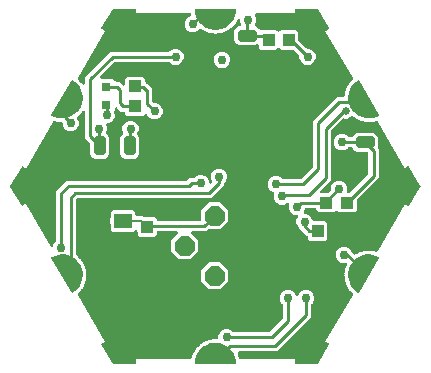
<source format=gbr>
G04 EAGLE Gerber RS-274X export*
G75*
%MOMM*%
%FSLAX34Y34*%
%LPD*%
%INTop Copper*%
%IPPOS*%
%AMOC8*
5,1,8,0,0,1.08239X$1,22.5*%
G01*
%ADD10R,1.100000X1.000000*%
%ADD11R,0.800000X0.800000*%
%ADD12R,1.000000X1.100000*%
%ADD13C,0.499997*%
%ADD14C,1.000000*%
%ADD15P,1.814519X8X292.500000*%
%ADD16R,1.500000X1.300000*%
%ADD17C,0.756400*%
%ADD18C,0.254000*%
%ADD19C,0.177800*%
%ADD20C,0.660400*%

G36*
X278630Y195708D02*
X278630Y195708D01*
X278658Y195706D01*
X278726Y195728D01*
X278797Y195742D01*
X278820Y195758D01*
X278847Y195767D01*
X278902Y195814D01*
X278961Y195855D01*
X278976Y195879D01*
X278998Y195897D01*
X279029Y195962D01*
X279068Y196022D01*
X279073Y196050D01*
X279085Y196076D01*
X279094Y196177D01*
X279101Y196219D01*
X279099Y196229D01*
X279100Y196242D01*
X278857Y199292D01*
X278848Y199324D01*
X278844Y199371D01*
X278751Y199751D01*
X324767Y199751D01*
X324833Y199759D01*
X324900Y199758D01*
X324990Y199779D01*
X325082Y199791D01*
X325144Y199815D01*
X325210Y199830D01*
X325292Y199873D01*
X325378Y199908D01*
X325432Y199947D01*
X325491Y199978D01*
X325560Y200040D01*
X325635Y200094D01*
X325678Y200146D01*
X325728Y200191D01*
X325779Y200268D01*
X325838Y200339D01*
X325867Y200400D01*
X325904Y200456D01*
X325934Y200543D01*
X325974Y200627D01*
X325986Y200693D01*
X326008Y200756D01*
X326015Y200799D01*
X326047Y200834D01*
X326079Y200895D01*
X326120Y200950D01*
X326154Y201034D01*
X326197Y201114D01*
X326213Y201181D01*
X326239Y201245D01*
X326251Y201335D01*
X326272Y201423D01*
X326271Y201492D01*
X326281Y201560D01*
X326270Y201650D01*
X326269Y201741D01*
X326264Y201759D01*
X326713Y202782D01*
X326720Y202805D01*
X326732Y202827D01*
X326781Y202980D01*
X327056Y204067D01*
X327084Y204088D01*
X327126Y204143D01*
X327175Y204191D01*
X327223Y204269D01*
X327278Y204340D01*
X327305Y204403D01*
X327341Y204462D01*
X327368Y204549D01*
X327403Y204632D01*
X327414Y204701D01*
X327434Y204766D01*
X327438Y204857D01*
X327452Y204947D01*
X327451Y204964D01*
X328062Y205900D01*
X328072Y205922D01*
X328088Y205941D01*
X328161Y206084D01*
X328612Y207111D01*
X328643Y207127D01*
X328693Y207174D01*
X328750Y207214D01*
X328809Y207282D01*
X328876Y207344D01*
X328913Y207402D01*
X328958Y207454D01*
X328998Y207535D01*
X329047Y207611D01*
X329069Y207677D01*
X329100Y207739D01*
X329119Y207827D01*
X329147Y207913D01*
X329149Y207931D01*
X329905Y208753D01*
X329920Y208773D01*
X329938Y208790D01*
X330034Y208919D01*
X330647Y209857D01*
X330680Y209869D01*
X330738Y209907D01*
X330800Y209936D01*
X330870Y209994D01*
X330946Y210044D01*
X330992Y210095D01*
X331045Y210139D01*
X331098Y210212D01*
X331159Y210279D01*
X331191Y210340D01*
X331232Y210396D01*
X331265Y210481D01*
X331308Y210561D01*
X331312Y210578D01*
X332194Y211265D01*
X332211Y211282D01*
X332231Y211295D01*
X332348Y211407D01*
X333107Y212231D01*
X333142Y212237D01*
X333205Y212265D01*
X333271Y212284D01*
X333349Y212329D01*
X333432Y212366D01*
X333486Y212409D01*
X333546Y212443D01*
X333610Y212507D01*
X333682Y212563D01*
X333723Y212618D01*
X333772Y212667D01*
X333819Y212744D01*
X333874Y212817D01*
X333881Y212833D01*
X334864Y213365D01*
X334884Y213379D01*
X334906Y213389D01*
X335039Y213480D01*
X335924Y214168D01*
X335959Y214168D01*
X336026Y214185D01*
X336094Y214193D01*
X336179Y214225D01*
X336267Y214248D01*
X336327Y214281D01*
X336392Y214305D01*
X336466Y214357D01*
X336545Y214401D01*
X336596Y214448D01*
X336652Y214488D01*
X336711Y214557D01*
X336777Y214619D01*
X336787Y214634D01*
X337843Y214997D01*
X337865Y215008D01*
X337889Y215014D01*
X338035Y215081D01*
X339021Y215615D01*
X339056Y215609D01*
X339124Y215615D01*
X339193Y215611D01*
X339282Y215629D01*
X339373Y215637D01*
X339438Y215660D01*
X339505Y215673D01*
X339587Y215712D01*
X339673Y215742D01*
X339730Y215781D01*
X339792Y215810D01*
X339861Y215869D01*
X339937Y215919D01*
X339949Y215933D01*
X341051Y216116D01*
X341074Y216123D01*
X341099Y216125D01*
X341254Y216168D01*
X342314Y216532D01*
X342347Y216520D01*
X342416Y216515D01*
X342483Y216500D01*
X342574Y216503D01*
X342665Y216496D01*
X342732Y216508D01*
X342801Y216510D01*
X342888Y216535D01*
X342978Y216550D01*
X343041Y216579D01*
X343107Y216598D01*
X343185Y216644D01*
X343268Y216681D01*
X343282Y216693D01*
X344399Y216693D01*
X344423Y216696D01*
X344448Y216694D01*
X344608Y216710D01*
X345713Y216894D01*
X345744Y216878D01*
X345811Y216861D01*
X345875Y216835D01*
X345965Y216823D01*
X346053Y216801D01*
X346122Y216802D01*
X346190Y216792D01*
X346280Y216803D01*
X346371Y216804D01*
X346438Y216821D01*
X346506Y216829D01*
X346591Y216862D01*
X346678Y216885D01*
X346694Y216894D01*
X347291Y216794D01*
X347356Y216792D01*
X347420Y216779D01*
X347514Y216785D01*
X347609Y216782D01*
X347672Y216795D01*
X347737Y216799D01*
X347827Y216828D01*
X347920Y216848D01*
X347978Y216877D01*
X348039Y216897D01*
X348120Y216948D01*
X348204Y216990D01*
X348253Y217033D01*
X348308Y217067D01*
X348373Y217136D01*
X348445Y217199D01*
X348482Y217252D01*
X348526Y217299D01*
X348572Y217382D01*
X348626Y217460D01*
X348648Y217521D01*
X348680Y217578D01*
X348703Y217669D01*
X348736Y217758D01*
X348743Y217823D01*
X348759Y217885D01*
X348769Y218046D01*
X348769Y219799D01*
X349809Y222309D01*
X351731Y224231D01*
X354241Y225271D01*
X356959Y225271D01*
X359469Y224231D01*
X360570Y223130D01*
X360648Y223070D01*
X360720Y223002D01*
X360773Y222973D01*
X360821Y222936D01*
X360912Y222896D01*
X360998Y222848D01*
X361057Y222833D01*
X361113Y222809D01*
X361211Y222794D01*
X361306Y222769D01*
X361406Y222763D01*
X361427Y222759D01*
X361439Y222761D01*
X361467Y222759D01*
X391385Y222759D01*
X391484Y222771D01*
X391583Y222774D01*
X391641Y222791D01*
X391701Y222799D01*
X391793Y222835D01*
X391888Y222863D01*
X391940Y222893D01*
X391997Y222916D01*
X392077Y222974D01*
X392162Y223024D01*
X392237Y223090D01*
X392254Y223102D01*
X392262Y223112D01*
X392283Y223130D01*
X402980Y233827D01*
X403040Y233905D01*
X403108Y233978D01*
X403137Y234031D01*
X403174Y234078D01*
X403214Y234169D01*
X403262Y234256D01*
X403277Y234315D01*
X403301Y234370D01*
X403316Y234468D01*
X403341Y234564D01*
X403347Y234664D01*
X403351Y234684D01*
X403349Y234697D01*
X403351Y234725D01*
X403351Y245593D01*
X403339Y245691D01*
X403336Y245790D01*
X403319Y245848D01*
X403311Y245908D01*
X403275Y246001D01*
X403247Y246096D01*
X403217Y246148D01*
X403194Y246204D01*
X403136Y246284D01*
X403086Y246370D01*
X403020Y246445D01*
X403008Y246461D01*
X402998Y246469D01*
X402980Y246490D01*
X401879Y247591D01*
X400839Y250101D01*
X400839Y252819D01*
X401879Y255329D01*
X403801Y257251D01*
X406311Y258291D01*
X409029Y258291D01*
X411539Y257251D01*
X413461Y255329D01*
X414117Y253744D01*
X414186Y253624D01*
X414251Y253501D01*
X414265Y253486D01*
X414275Y253468D01*
X414372Y253368D01*
X414465Y253265D01*
X414482Y253254D01*
X414496Y253240D01*
X414615Y253167D01*
X414731Y253090D01*
X414750Y253084D01*
X414767Y253073D01*
X414900Y253032D01*
X415032Y252987D01*
X415052Y252986D01*
X415071Y252980D01*
X415210Y252973D01*
X415349Y252962D01*
X415369Y252966D01*
X415389Y252965D01*
X415525Y252993D01*
X415662Y253016D01*
X415681Y253025D01*
X415700Y253029D01*
X415826Y253090D01*
X415952Y253147D01*
X415968Y253160D01*
X415986Y253169D01*
X416092Y253259D01*
X416200Y253346D01*
X416213Y253362D01*
X416228Y253375D01*
X416308Y253489D01*
X416392Y253600D01*
X416404Y253625D01*
X416411Y253635D01*
X416418Y253654D01*
X416463Y253744D01*
X417119Y255329D01*
X419041Y257251D01*
X421551Y258291D01*
X424269Y258291D01*
X426779Y257251D01*
X428701Y255329D01*
X429741Y252819D01*
X429741Y250101D01*
X428701Y247591D01*
X427600Y246490D01*
X427540Y246412D01*
X427472Y246340D01*
X427443Y246287D01*
X427406Y246239D01*
X427366Y246148D01*
X427318Y246062D01*
X427303Y246003D01*
X427279Y245947D01*
X427264Y245849D01*
X427239Y245754D01*
X427233Y245654D01*
X427229Y245633D01*
X427231Y245621D01*
X427229Y245593D01*
X427229Y235701D01*
X398029Y206501D01*
X366273Y206501D01*
X366127Y206483D01*
X365980Y206467D01*
X365969Y206463D01*
X365957Y206461D01*
X365821Y206407D01*
X365683Y206356D01*
X365673Y206349D01*
X365661Y206344D01*
X365542Y206258D01*
X365422Y206174D01*
X365414Y206165D01*
X365404Y206158D01*
X365310Y206044D01*
X365214Y205933D01*
X365209Y205922D01*
X365201Y205913D01*
X365139Y205780D01*
X365073Y205648D01*
X365069Y205632D01*
X365066Y205625D01*
X365063Y205609D01*
X365030Y205492D01*
X364978Y205243D01*
X364973Y205175D01*
X364957Y205108D01*
X364960Y205017D01*
X364952Y204926D01*
X364964Y204859D01*
X364966Y204790D01*
X364991Y204702D01*
X365006Y204613D01*
X365035Y204550D01*
X365053Y204484D01*
X365099Y204406D01*
X365136Y204323D01*
X365179Y204269D01*
X365214Y204209D01*
X365278Y204145D01*
X365335Y204074D01*
X365349Y204063D01*
X365623Y202980D01*
X365632Y202957D01*
X365636Y202933D01*
X365691Y202782D01*
X366141Y201756D01*
X366133Y201721D01*
X366133Y201652D01*
X366124Y201584D01*
X366134Y201494D01*
X366134Y201403D01*
X366152Y201337D01*
X366159Y201268D01*
X366192Y201183D01*
X366215Y201096D01*
X366248Y201035D01*
X366273Y200971D01*
X366325Y200897D01*
X366369Y200818D01*
X366390Y200796D01*
X366390Y200783D01*
X366419Y200695D01*
X366438Y200604D01*
X366468Y200544D01*
X366488Y200481D01*
X366538Y200402D01*
X366579Y200319D01*
X366623Y200268D01*
X366659Y200212D01*
X366726Y200148D01*
X366787Y200078D01*
X366841Y200040D01*
X366890Y199994D01*
X366971Y199949D01*
X367047Y199896D01*
X367110Y199873D01*
X367169Y199840D01*
X367258Y199817D01*
X367345Y199785D01*
X367412Y199778D01*
X367477Y199761D01*
X367637Y199751D01*
X413653Y199751D01*
X413560Y199371D01*
X413558Y199337D01*
X413547Y199292D01*
X413304Y196242D01*
X413308Y196213D01*
X413303Y196185D01*
X413320Y196116D01*
X413328Y196044D01*
X413343Y196020D01*
X413349Y195992D01*
X413392Y195934D01*
X413428Y195872D01*
X413450Y195855D01*
X413467Y195832D01*
X413529Y195795D01*
X413586Y195752D01*
X413614Y195745D01*
X413638Y195730D01*
X413738Y195714D01*
X413779Y195703D01*
X413789Y195705D01*
X413802Y195703D01*
X432802Y195703D01*
X432878Y195718D01*
X432956Y195727D01*
X432975Y195738D01*
X432997Y195742D01*
X433061Y195786D01*
X433129Y195825D01*
X433145Y195844D01*
X433161Y195855D01*
X433185Y195893D01*
X433235Y195953D01*
X442735Y212453D01*
X442744Y212480D01*
X442760Y212504D01*
X442775Y212574D01*
X442798Y212642D01*
X442795Y212670D01*
X442801Y212698D01*
X442788Y212769D01*
X442782Y212840D01*
X442769Y212865D01*
X442763Y212893D01*
X442723Y212953D01*
X442690Y213016D01*
X442668Y213034D01*
X442652Y213058D01*
X442569Y213116D01*
X442537Y213143D01*
X442526Y213146D01*
X442516Y213153D01*
X439750Y214462D01*
X439717Y214470D01*
X439674Y214490D01*
X439321Y214592D01*
X462322Y254431D01*
X462348Y254493D01*
X462382Y254549D01*
X462409Y254638D01*
X462445Y254724D01*
X462455Y254790D01*
X462474Y254854D01*
X462478Y254947D01*
X462492Y255039D01*
X462485Y255105D01*
X462488Y255172D01*
X462468Y255263D01*
X462459Y255355D01*
X462435Y255418D01*
X462422Y255483D01*
X462380Y255566D01*
X462348Y255653D01*
X462310Y255708D01*
X462280Y255768D01*
X462220Y255838D01*
X462167Y255915D01*
X462116Y255958D01*
X462073Y256008D01*
X462029Y256043D01*
X462016Y256085D01*
X461979Y256144D01*
X461952Y256207D01*
X461896Y256278D01*
X461848Y256355D01*
X461798Y256403D01*
X461756Y256457D01*
X461684Y256513D01*
X461618Y256576D01*
X461558Y256609D01*
X461504Y256651D01*
X461420Y256687D01*
X461341Y256732D01*
X461326Y256736D01*
X460665Y257637D01*
X460648Y257655D01*
X460635Y257676D01*
X460527Y257795D01*
X459724Y258577D01*
X459720Y258610D01*
X459693Y258674D01*
X459677Y258740D01*
X459633Y258820D01*
X459599Y258904D01*
X459557Y258959D01*
X459525Y259020D01*
X459463Y259086D01*
X459408Y259159D01*
X459355Y259202D01*
X459308Y259253D01*
X459232Y259302D01*
X459161Y259359D01*
X459147Y259365D01*
X458643Y260363D01*
X458629Y260383D01*
X458620Y260406D01*
X458533Y260541D01*
X457870Y261445D01*
X457870Y261478D01*
X457855Y261545D01*
X457849Y261614D01*
X457820Y261700D01*
X457800Y261788D01*
X457768Y261849D01*
X457746Y261915D01*
X457696Y261990D01*
X457654Y262071D01*
X457608Y262122D01*
X457570Y262180D01*
X457503Y262241D01*
X457443Y262309D01*
X457430Y262317D01*
X457097Y263384D01*
X457087Y263406D01*
X457081Y263431D01*
X457018Y263579D01*
X456512Y264579D01*
X456519Y264612D01*
X456515Y264681D01*
X456520Y264749D01*
X456505Y264838D01*
X456500Y264929D01*
X456479Y264995D01*
X456467Y265063D01*
X456430Y265146D01*
X456403Y265232D01*
X456366Y265290D01*
X456338Y265353D01*
X456282Y265424D01*
X456233Y265501D01*
X456222Y265512D01*
X456069Y266619D01*
X456063Y266643D01*
X456062Y266667D01*
X456023Y266824D01*
X455689Y267894D01*
X455701Y267925D01*
X455708Y267993D01*
X455725Y268060D01*
X455725Y268151D01*
X455735Y268241D01*
X455725Y268309D01*
X455725Y268378D01*
X455702Y268466D01*
X455689Y268556D01*
X455662Y268619D01*
X455645Y268686D01*
X455601Y268765D01*
X455566Y268849D01*
X455556Y268862D01*
X455588Y269979D01*
X455586Y270003D01*
X455588Y270027D01*
X455577Y270188D01*
X455423Y271299D01*
X455440Y271327D01*
X455458Y271394D01*
X455486Y271457D01*
X455501Y271546D01*
X455525Y271634D01*
X455526Y271703D01*
X455538Y271771D01*
X455530Y271861D01*
X455532Y271952D01*
X455516Y272019D01*
X455510Y272087D01*
X455479Y272173D01*
X455459Y272261D01*
X455451Y272275D01*
X455666Y273372D01*
X455668Y273396D01*
X455675Y273420D01*
X455690Y273580D01*
X455721Y274701D01*
X455742Y274726D01*
X455771Y274789D01*
X455809Y274847D01*
X455838Y274932D01*
X455877Y275015D01*
X455889Y275082D01*
X455912Y275148D01*
X455919Y275238D01*
X455935Y275327D01*
X455931Y275396D01*
X455936Y275465D01*
X455921Y275554D01*
X455915Y275645D01*
X455910Y275659D01*
X456302Y276706D01*
X456308Y276730D01*
X456319Y276752D01*
X456360Y276908D01*
X456575Y278008D01*
X456600Y278030D01*
X456639Y278086D01*
X456686Y278137D01*
X456729Y278217D01*
X456780Y278292D01*
X456804Y278356D01*
X456837Y278417D01*
X456858Y278505D01*
X456890Y278590D01*
X456896Y278659D01*
X456913Y278726D01*
X456912Y278817D01*
X456921Y278907D01*
X456919Y278922D01*
X457299Y279579D01*
X457350Y279702D01*
X457407Y279822D01*
X457412Y279848D01*
X457422Y279872D01*
X457442Y280004D01*
X457467Y280134D01*
X457465Y280161D01*
X457469Y280187D01*
X457455Y280319D01*
X457447Y280451D01*
X457439Y280477D01*
X457436Y280503D01*
X457390Y280628D01*
X457349Y280754D01*
X457335Y280776D01*
X457325Y280801D01*
X457250Y280910D01*
X457179Y281023D01*
X457159Y281041D01*
X457144Y281063D01*
X457044Y281149D01*
X456947Y281241D01*
X456924Y281253D01*
X456904Y281271D01*
X456785Y281330D01*
X456669Y281394D01*
X456643Y281401D01*
X456619Y281413D01*
X456489Y281440D01*
X456361Y281474D01*
X456323Y281476D01*
X456308Y281479D01*
X456286Y281478D01*
X456200Y281484D01*
X453701Y281484D01*
X451191Y282524D01*
X449269Y284445D01*
X448229Y286956D01*
X448229Y289673D01*
X449269Y292184D01*
X451191Y294105D01*
X453701Y295145D01*
X456419Y295145D01*
X458929Y294105D01*
X460851Y292184D01*
X461357Y290961D01*
X461362Y290953D01*
X461364Y290944D01*
X461441Y290815D01*
X461515Y290685D01*
X461521Y290678D01*
X461526Y290670D01*
X461632Y290549D01*
X462450Y289732D01*
X463363Y288819D01*
X463423Y288772D01*
X463475Y288719D01*
X463548Y288675D01*
X463614Y288624D01*
X463683Y288594D01*
X463748Y288555D01*
X463829Y288531D01*
X463906Y288497D01*
X463981Y288485D01*
X464053Y288464D01*
X464137Y288461D01*
X464220Y288447D01*
X464295Y288454D01*
X464370Y288452D01*
X464453Y288469D01*
X464537Y288477D01*
X464608Y288503D01*
X464681Y288519D01*
X464748Y288552D01*
X464815Y288563D01*
X464906Y288568D01*
X464972Y288589D01*
X465039Y288600D01*
X465122Y288637D01*
X465209Y288664D01*
X465267Y288701D01*
X465330Y288729D01*
X465402Y288785D01*
X465479Y288833D01*
X465526Y288883D01*
X465580Y288925D01*
X465636Y288998D01*
X465698Y289063D01*
X465706Y289077D01*
X466741Y289497D01*
X466763Y289509D01*
X466786Y289516D01*
X466929Y289591D01*
X467884Y290178D01*
X467917Y290174D01*
X467985Y290184D01*
X468054Y290184D01*
X468142Y290206D01*
X468232Y290219D01*
X468295Y290246D01*
X468362Y290263D01*
X468442Y290306D01*
X468526Y290341D01*
X468581Y290382D01*
X468641Y290416D01*
X468707Y290478D01*
X468780Y290532D01*
X468790Y290544D01*
X469880Y290788D01*
X469904Y290796D01*
X469928Y290800D01*
X470081Y290850D01*
X471120Y291272D01*
X471151Y291263D01*
X471220Y291261D01*
X471288Y291250D01*
X471379Y291257D01*
X471469Y291255D01*
X471536Y291271D01*
X471605Y291277D01*
X471691Y291307D01*
X471779Y291327D01*
X471840Y291359D01*
X471905Y291382D01*
X471981Y291432D01*
X472061Y291474D01*
X472073Y291484D01*
X473189Y291545D01*
X473213Y291549D01*
X473238Y291549D01*
X473397Y291574D01*
X474491Y291818D01*
X474521Y291804D01*
X474588Y291791D01*
X474654Y291769D01*
X474744Y291761D01*
X474833Y291744D01*
X474902Y291749D01*
X474971Y291743D01*
X475060Y291758D01*
X475150Y291764D01*
X475216Y291785D01*
X475284Y291797D01*
X475367Y291834D01*
X475453Y291862D01*
X475466Y291871D01*
X476577Y291747D01*
X476602Y291747D01*
X476626Y291742D01*
X476787Y291741D01*
X477906Y291802D01*
X477933Y291783D01*
X477998Y291759D01*
X478058Y291727D01*
X478146Y291704D01*
X478232Y291673D01*
X478300Y291666D01*
X478367Y291649D01*
X478458Y291650D01*
X478548Y291640D01*
X478616Y291650D01*
X478685Y291651D01*
X478773Y291674D01*
X478862Y291687D01*
X478877Y291693D01*
X479952Y291389D01*
X479976Y291385D01*
X479999Y291376D01*
X480158Y291348D01*
X481272Y291224D01*
X481296Y291201D01*
X481356Y291167D01*
X481410Y291125D01*
X481493Y291088D01*
X481572Y291043D01*
X481638Y291025D01*
X481701Y290997D01*
X481791Y290983D01*
X481879Y290959D01*
X481948Y290958D01*
X482015Y290947D01*
X482106Y290955D01*
X482197Y290954D01*
X482224Y290960D01*
X482310Y290942D01*
X482398Y290913D01*
X482465Y290909D01*
X482531Y290895D01*
X482623Y290899D01*
X482715Y290893D01*
X482781Y290905D01*
X482849Y290908D01*
X482937Y290934D01*
X483028Y290952D01*
X483089Y290980D01*
X483153Y290999D01*
X483232Y291047D01*
X483316Y291086D01*
X483368Y291129D01*
X483425Y291164D01*
X483490Y291230D01*
X483561Y291288D01*
X483601Y291343D01*
X483648Y291391D01*
X483737Y291525D01*
X506739Y331366D01*
X507033Y331084D01*
X507061Y331066D01*
X507095Y331033D01*
X509618Y329291D01*
X509645Y329280D01*
X509667Y329261D01*
X509736Y329241D01*
X509801Y329213D01*
X509830Y329213D01*
X509858Y329205D01*
X509929Y329213D01*
X510000Y329213D01*
X510027Y329224D01*
X510056Y329227D01*
X510118Y329262D01*
X510183Y329290D01*
X510204Y329310D01*
X510229Y329325D01*
X510292Y329402D01*
X510322Y329432D01*
X510326Y329442D01*
X510335Y329453D01*
X519835Y345953D01*
X519845Y345985D01*
X519854Y345998D01*
X519858Y346022D01*
X519859Y346026D01*
X519890Y346096D01*
X519890Y346120D01*
X519898Y346142D01*
X519892Y346218D01*
X519893Y346295D01*
X519883Y346319D01*
X519882Y346340D01*
X519861Y346379D01*
X519835Y346451D01*
X510335Y362951D01*
X510316Y362973D01*
X510303Y362999D01*
X510250Y363047D01*
X510203Y363100D01*
X510177Y363113D01*
X510156Y363132D01*
X510088Y363155D01*
X510024Y363186D01*
X509995Y363188D01*
X509968Y363197D01*
X509896Y363192D01*
X509825Y363195D01*
X509798Y363185D01*
X509769Y363183D01*
X509679Y363141D01*
X509639Y363126D01*
X509631Y363119D01*
X509618Y363113D01*
X507095Y361371D01*
X507071Y361347D01*
X507033Y361320D01*
X506739Y361038D01*
X483737Y400879D01*
X483697Y400933D01*
X483664Y400992D01*
X483601Y401059D01*
X483545Y401132D01*
X483492Y401174D01*
X483446Y401223D01*
X483368Y401273D01*
X483296Y401330D01*
X483234Y401357D01*
X483178Y401393D01*
X483090Y401422D01*
X483005Y401459D01*
X482939Y401471D01*
X482875Y401491D01*
X482783Y401497D01*
X482692Y401513D01*
X482625Y401507D01*
X482558Y401511D01*
X482467Y401494D01*
X482375Y401486D01*
X482311Y401464D01*
X482245Y401451D01*
X482222Y401442D01*
X482176Y401452D01*
X482108Y401450D01*
X482039Y401458D01*
X481949Y401445D01*
X481859Y401442D01*
X481792Y401423D01*
X481724Y401413D01*
X481640Y401378D01*
X481553Y401353D01*
X481494Y401318D01*
X481430Y401291D01*
X481358Y401237D01*
X481280Y401191D01*
X481269Y401179D01*
X480158Y401056D01*
X480134Y401050D01*
X480110Y401049D01*
X479952Y401015D01*
X478874Y400710D01*
X478843Y400722D01*
X478775Y400731D01*
X478708Y400750D01*
X478618Y400752D01*
X478528Y400764D01*
X478459Y400756D01*
X478390Y400757D01*
X478302Y400737D01*
X478212Y400726D01*
X478148Y400701D01*
X478080Y400686D01*
X478000Y400644D01*
X477915Y400611D01*
X477903Y400602D01*
X476787Y400663D01*
X476762Y400661D01*
X476738Y400665D01*
X476577Y400657D01*
X475463Y400533D01*
X475435Y400550D01*
X475369Y400570D01*
X475306Y400600D01*
X475217Y400617D01*
X475131Y400643D01*
X475062Y400647D01*
X474994Y400660D01*
X474903Y400654D01*
X474813Y400658D01*
X474745Y400644D01*
X474677Y400640D01*
X474590Y400612D01*
X474502Y400594D01*
X474487Y400587D01*
X473397Y400830D01*
X473372Y400833D01*
X473349Y400840D01*
X473189Y400859D01*
X472070Y400920D01*
X472045Y400942D01*
X471983Y400973D01*
X471926Y401012D01*
X471841Y401043D01*
X471760Y401084D01*
X471693Y401098D01*
X471628Y401122D01*
X471538Y401132D01*
X471449Y401151D01*
X471380Y401148D01*
X471312Y401155D01*
X471222Y401142D01*
X471131Y401138D01*
X471116Y401134D01*
X470081Y401554D01*
X470057Y401560D01*
X470035Y401571D01*
X469880Y401616D01*
X468786Y401860D01*
X468765Y401886D01*
X468710Y401926D01*
X468660Y401974D01*
X468581Y402020D01*
X468508Y402073D01*
X468444Y402098D01*
X468384Y402132D01*
X468297Y402157D01*
X468212Y402190D01*
X468144Y402199D01*
X468077Y402217D01*
X467987Y402218D01*
X467897Y402230D01*
X467881Y402228D01*
X466929Y402813D01*
X466906Y402823D01*
X466886Y402837D01*
X466741Y402907D01*
X465702Y403328D01*
X465686Y403357D01*
X465638Y403406D01*
X465597Y403462D01*
X465526Y403519D01*
X465463Y403584D01*
X465404Y403619D01*
X465351Y403663D01*
X465268Y403701D01*
X465191Y403748D01*
X465124Y403768D01*
X465062Y403797D01*
X464973Y403813D01*
X464886Y403839D01*
X464870Y403840D01*
X464027Y404573D01*
X464007Y404587D01*
X463990Y404605D01*
X463858Y404697D01*
X462554Y405498D01*
X462436Y405551D01*
X462321Y405610D01*
X462291Y405617D01*
X462264Y405629D01*
X462136Y405651D01*
X462010Y405680D01*
X461980Y405679D01*
X461951Y405684D01*
X461822Y405674D01*
X461692Y405670D01*
X461664Y405662D01*
X461634Y405659D01*
X461511Y405618D01*
X461387Y405582D01*
X461361Y405566D01*
X461333Y405557D01*
X461224Y405486D01*
X461113Y405420D01*
X461081Y405392D01*
X461067Y405382D01*
X461052Y405366D01*
X460992Y405314D01*
X460251Y404572D01*
X457917Y403606D01*
X455390Y403606D01*
X455306Y403640D01*
X455278Y403648D01*
X455251Y403662D01*
X455125Y403690D01*
X454999Y403724D01*
X454970Y403725D01*
X454941Y403731D01*
X454811Y403727D01*
X454681Y403729D01*
X454653Y403723D01*
X454623Y403722D01*
X454498Y403686D01*
X454372Y403655D01*
X454346Y403641D01*
X454318Y403633D01*
X454206Y403567D01*
X454091Y403507D01*
X454069Y403487D01*
X454044Y403472D01*
X453923Y403365D01*
X444110Y393553D01*
X444050Y393475D01*
X443982Y393402D01*
X443953Y393349D01*
X443916Y393302D01*
X443876Y393211D01*
X443828Y393124D01*
X443813Y393065D01*
X443789Y393010D01*
X443774Y392912D01*
X443749Y392816D01*
X443743Y392716D01*
X443739Y392696D01*
X443741Y392683D01*
X443739Y392655D01*
X443739Y351271D01*
X440837Y348370D01*
X435133Y342665D01*
X435048Y342555D01*
X434959Y342448D01*
X434950Y342430D01*
X434938Y342414D01*
X434882Y342286D01*
X434824Y342161D01*
X434820Y342141D01*
X434812Y342122D01*
X434790Y341984D01*
X434764Y341848D01*
X434765Y341828D01*
X434762Y341808D01*
X434775Y341669D01*
X434784Y341531D01*
X434790Y341512D01*
X434792Y341492D01*
X434839Y341360D01*
X434882Y341228D01*
X434892Y341211D01*
X434899Y341192D01*
X434977Y341077D01*
X435052Y340960D01*
X435067Y340946D01*
X435078Y340929D01*
X435182Y340837D01*
X435283Y340742D01*
X435301Y340732D01*
X435316Y340719D01*
X435440Y340655D01*
X435562Y340588D01*
X435581Y340583D01*
X435600Y340574D01*
X435735Y340544D01*
X435870Y340509D01*
X435898Y340507D01*
X435910Y340504D01*
X435930Y340505D01*
X436030Y340499D01*
X440545Y340499D01*
X440643Y340511D01*
X440742Y340514D01*
X440801Y340531D01*
X440861Y340538D01*
X440953Y340575D01*
X441048Y340602D01*
X441100Y340633D01*
X441156Y340656D01*
X441237Y340714D01*
X441322Y340764D01*
X441397Y340830D01*
X441414Y340842D01*
X441422Y340852D01*
X441443Y340870D01*
X443648Y343075D01*
X443708Y343153D01*
X443776Y343226D01*
X443805Y343279D01*
X443842Y343326D01*
X443882Y343417D01*
X443930Y343504D01*
X443945Y343563D01*
X443969Y343618D01*
X443984Y343716D01*
X444009Y343812D01*
X444015Y343912D01*
X444019Y343932D01*
X444017Y343945D01*
X444019Y343973D01*
X444019Y345529D01*
X445059Y348039D01*
X446981Y349961D01*
X449491Y351001D01*
X452209Y351001D01*
X454719Y349961D01*
X456641Y348039D01*
X457681Y345529D01*
X457681Y342811D01*
X457450Y342254D01*
X457437Y342206D01*
X457415Y342161D01*
X457395Y342053D01*
X457366Y341947D01*
X457365Y341897D01*
X457356Y341848D01*
X457362Y341739D01*
X457361Y341629D01*
X457372Y341580D01*
X457375Y341531D01*
X457409Y341427D01*
X457435Y341320D01*
X457458Y341276D01*
X457473Y341228D01*
X457532Y341136D01*
X457584Y341039D01*
X457617Y341002D01*
X457644Y340960D01*
X457724Y340884D01*
X457798Y340803D01*
X457839Y340776D01*
X457875Y340742D01*
X457971Y340689D01*
X458063Y340628D01*
X458110Y340612D01*
X458154Y340588D01*
X458260Y340561D01*
X458364Y340525D01*
X458414Y340521D01*
X458462Y340509D01*
X458622Y340499D01*
X458665Y340499D01*
X458678Y340500D01*
X458681Y340500D01*
X458696Y340503D01*
X458763Y340511D01*
X458862Y340514D01*
X458920Y340531D01*
X458980Y340538D01*
X459072Y340575D01*
X459168Y340602D01*
X459220Y340633D01*
X459276Y340656D01*
X459356Y340714D01*
X459441Y340764D01*
X459517Y340830D01*
X459533Y340842D01*
X459541Y340852D01*
X459562Y340870D01*
X475419Y356727D01*
X475480Y356805D01*
X475548Y356877D01*
X475577Y356930D01*
X475614Y356978D01*
X475653Y357069D01*
X475701Y357156D01*
X475716Y357214D01*
X475740Y357270D01*
X475756Y357368D01*
X475780Y357464D01*
X475787Y357564D01*
X475790Y357584D01*
X475789Y357597D01*
X475791Y357625D01*
X475791Y374064D01*
X475778Y374162D01*
X475775Y374261D01*
X475758Y374319D01*
X475751Y374379D01*
X475714Y374472D01*
X475687Y374567D01*
X475656Y374619D01*
X475634Y374675D01*
X475576Y374755D01*
X475525Y374841D01*
X475459Y374916D01*
X475447Y374932D01*
X475438Y374940D01*
X475419Y374961D01*
X475261Y375120D01*
X475183Y375180D01*
X475110Y375248D01*
X475057Y375277D01*
X475010Y375314D01*
X474919Y375354D01*
X474832Y375402D01*
X474773Y375417D01*
X474718Y375441D01*
X474620Y375456D01*
X474524Y375481D01*
X474424Y375487D01*
X474404Y375491D01*
X474391Y375490D01*
X474363Y375491D01*
X466344Y375491D01*
X464305Y376336D01*
X462744Y377897D01*
X462520Y378438D01*
X462505Y378463D01*
X462496Y378491D01*
X462427Y378601D01*
X462362Y378714D01*
X462342Y378735D01*
X462326Y378760D01*
X462231Y378849D01*
X462141Y378942D01*
X462116Y378958D01*
X462095Y378978D01*
X461981Y379041D01*
X461870Y379109D01*
X461842Y379117D01*
X461816Y379132D01*
X461690Y379164D01*
X461566Y379202D01*
X461537Y379204D01*
X461508Y379211D01*
X461347Y379221D01*
X459257Y379221D01*
X459159Y379209D01*
X459060Y379206D01*
X459002Y379189D01*
X458942Y379181D01*
X458849Y379145D01*
X458754Y379117D01*
X458702Y379087D01*
X458646Y379064D01*
X458566Y379006D01*
X458480Y378956D01*
X458405Y378890D01*
X458389Y378878D01*
X458381Y378868D01*
X458360Y378850D01*
X457259Y377749D01*
X454749Y376709D01*
X452031Y376709D01*
X449521Y377749D01*
X447599Y379671D01*
X446559Y382181D01*
X446559Y384899D01*
X447599Y387409D01*
X449521Y389331D01*
X452031Y390371D01*
X454749Y390371D01*
X457259Y389331D01*
X458360Y388230D01*
X458438Y388170D01*
X458510Y388102D01*
X458563Y388073D01*
X458611Y388036D01*
X458702Y387996D01*
X458788Y387948D01*
X458847Y387933D01*
X458903Y387909D01*
X459001Y387894D01*
X459096Y387869D01*
X459196Y387863D01*
X459217Y387859D01*
X459229Y387861D01*
X459257Y387859D01*
X461347Y387859D01*
X461377Y387862D01*
X461406Y387860D01*
X461534Y387882D01*
X461663Y387899D01*
X461690Y387909D01*
X461719Y387914D01*
X461838Y387968D01*
X461959Y388016D01*
X461982Y388033D01*
X462009Y388045D01*
X462111Y388126D01*
X462216Y388202D01*
X462235Y388225D01*
X462258Y388244D01*
X462336Y388347D01*
X462419Y388447D01*
X462431Y388474D01*
X462449Y388498D01*
X462520Y388642D01*
X462744Y389183D01*
X464305Y390744D01*
X466344Y391589D01*
X479552Y391589D01*
X481591Y390744D01*
X483152Y389183D01*
X483997Y387144D01*
X483997Y379936D01*
X483930Y379774D01*
X483922Y379746D01*
X483908Y379719D01*
X483880Y379593D01*
X483846Y379467D01*
X483845Y379438D01*
X483839Y379409D01*
X483843Y379279D01*
X483841Y379150D01*
X483847Y379121D01*
X483848Y379091D01*
X483884Y378966D01*
X483915Y378840D01*
X483929Y378814D01*
X483937Y378786D01*
X484003Y378674D01*
X484063Y378559D01*
X484083Y378537D01*
X484098Y378512D01*
X484205Y378391D01*
X484428Y378167D01*
X484428Y353521D01*
X466170Y335263D01*
X466109Y335184D01*
X466041Y335112D01*
X466012Y335059D01*
X465975Y335011D01*
X465936Y334921D01*
X465888Y334834D01*
X465873Y334775D01*
X465849Y334720D01*
X465833Y334622D01*
X465808Y334526D01*
X465802Y334426D01*
X465799Y334406D01*
X465800Y334393D01*
X465798Y334365D01*
X465798Y326187D01*
X464012Y324401D01*
X450487Y324401D01*
X449647Y325241D01*
X449553Y325314D01*
X449464Y325393D01*
X449428Y325411D01*
X449396Y325436D01*
X449287Y325483D01*
X449180Y325537D01*
X449141Y325546D01*
X449104Y325562D01*
X448986Y325581D01*
X448870Y325607D01*
X448830Y325606D01*
X448790Y325612D01*
X448671Y325601D01*
X448552Y325597D01*
X448513Y325586D01*
X448473Y325582D01*
X448361Y325542D01*
X448247Y325509D01*
X448212Y325488D01*
X448174Y325475D01*
X448075Y325408D01*
X447973Y325347D01*
X447928Y325307D01*
X447911Y325296D01*
X447897Y325281D01*
X447852Y325241D01*
X447012Y324401D01*
X433487Y324401D01*
X431701Y326187D01*
X431701Y326862D01*
X431686Y326980D01*
X431678Y327099D01*
X431666Y327137D01*
X431661Y327177D01*
X431617Y327288D01*
X431580Y327401D01*
X431559Y327436D01*
X431544Y327473D01*
X431474Y327569D01*
X431410Y327670D01*
X431381Y327698D01*
X431357Y327730D01*
X431265Y327806D01*
X431179Y327888D01*
X431143Y327907D01*
X431112Y327933D01*
X431004Y327984D01*
X430900Y328041D01*
X430861Y328052D01*
X430824Y328069D01*
X430708Y328091D01*
X430592Y328121D01*
X430532Y328125D01*
X430512Y328129D01*
X430492Y328127D01*
X430431Y328131D01*
X423201Y328131D01*
X423172Y328127D01*
X423142Y328130D01*
X423014Y328108D01*
X422885Y328091D01*
X422858Y328080D01*
X422829Y328075D01*
X422710Y328022D01*
X422590Y327974D01*
X422566Y327957D01*
X422539Y327945D01*
X422437Y327864D01*
X422332Y327787D01*
X422313Y327765D01*
X422290Y327746D01*
X422212Y327643D01*
X422129Y327542D01*
X422117Y327516D01*
X422099Y327492D01*
X422028Y327348D01*
X420984Y324827D01*
X420980Y324811D01*
X420938Y324723D01*
X420935Y324704D01*
X420927Y324686D01*
X420905Y324547D01*
X420878Y324410D01*
X420880Y324391D01*
X420876Y324372D01*
X420889Y324232D01*
X420898Y324093D01*
X420904Y324075D01*
X420906Y324055D01*
X420953Y323924D01*
X420996Y323791D01*
X421007Y323774D01*
X421013Y323756D01*
X421091Y323640D01*
X421166Y323522D01*
X421180Y323509D01*
X421191Y323492D01*
X421296Y323400D01*
X421398Y323304D01*
X421415Y323295D01*
X421429Y323282D01*
X421554Y323218D01*
X421676Y323150D01*
X421695Y323146D01*
X421713Y323137D01*
X421849Y323106D01*
X421984Y323071D01*
X422011Y323069D01*
X422023Y323067D01*
X422043Y323067D01*
X422145Y323061D01*
X422999Y323061D01*
X425509Y322021D01*
X427431Y320099D01*
X428318Y317957D01*
X428333Y317932D01*
X428342Y317904D01*
X428411Y317794D01*
X428476Y317681D01*
X428496Y317660D01*
X428512Y317635D01*
X428606Y317546D01*
X428697Y317453D01*
X428722Y317437D01*
X428743Y317417D01*
X428857Y317355D01*
X428968Y317287D01*
X428996Y317278D01*
X429022Y317264D01*
X429148Y317231D01*
X429272Y317193D01*
X429301Y317192D01*
X429330Y317184D01*
X429491Y317174D01*
X438956Y317174D01*
X440742Y315388D01*
X440742Y301862D01*
X438956Y300076D01*
X426431Y300076D01*
X424645Y301862D01*
X424645Y303022D01*
X424630Y303140D01*
X424623Y303259D01*
X424610Y303297D01*
X424605Y303338D01*
X424561Y303448D01*
X424525Y303561D01*
X424503Y303596D01*
X424488Y303633D01*
X424418Y303729D01*
X424354Y303830D01*
X424325Y303858D01*
X424301Y303891D01*
X424209Y303967D01*
X424123Y304048D01*
X424087Y304068D01*
X424056Y304093D01*
X423949Y304144D01*
X423844Y304202D01*
X423805Y304212D01*
X423769Y304229D01*
X423713Y304240D01*
X417283Y310670D01*
X417281Y310678D01*
X417245Y310771D01*
X417217Y310866D01*
X417187Y310918D01*
X417164Y310974D01*
X417106Y311054D01*
X417056Y311140D01*
X416990Y311215D01*
X416978Y311231D01*
X416968Y311239D01*
X416950Y311260D01*
X415849Y312361D01*
X414809Y314871D01*
X414809Y317589D01*
X415946Y320333D01*
X415950Y320349D01*
X415992Y320437D01*
X415995Y320456D01*
X416003Y320474D01*
X416025Y320613D01*
X416052Y320750D01*
X416050Y320769D01*
X416054Y320788D01*
X416041Y320928D01*
X416032Y321067D01*
X416026Y321085D01*
X416024Y321105D01*
X415977Y321236D01*
X415934Y321369D01*
X415923Y321386D01*
X415917Y321404D01*
X415839Y321520D01*
X415764Y321638D01*
X415750Y321651D01*
X415739Y321668D01*
X415634Y321760D01*
X415532Y321856D01*
X415515Y321865D01*
X415501Y321878D01*
X415376Y321942D01*
X415254Y322010D01*
X415235Y322014D01*
X415217Y322023D01*
X415081Y322054D01*
X414946Y322089D01*
X414919Y322091D01*
X414907Y322093D01*
X414887Y322093D01*
X414785Y322099D01*
X413931Y322099D01*
X411421Y323139D01*
X409499Y325061D01*
X408459Y327571D01*
X408459Y330289D01*
X408522Y330441D01*
X408541Y330508D01*
X408568Y330572D01*
X408583Y330661D01*
X408606Y330748D01*
X408607Y330817D01*
X408618Y330886D01*
X408610Y330976D01*
X408611Y331066D01*
X408595Y331133D01*
X408588Y331203D01*
X408558Y331288D01*
X408537Y331375D01*
X408505Y331436D01*
X408481Y331502D01*
X408430Y331577D01*
X408388Y331656D01*
X408342Y331707D01*
X408302Y331765D01*
X408235Y331825D01*
X408175Y331891D01*
X408116Y331930D01*
X408064Y331976D01*
X407984Y332017D01*
X407909Y332066D01*
X407843Y332089D01*
X407781Y332120D01*
X407693Y332140D01*
X407608Y332169D01*
X407539Y332175D01*
X407470Y332190D01*
X407381Y332187D01*
X407291Y332194D01*
X407222Y332183D01*
X407152Y332180D01*
X407066Y332155D01*
X406978Y332140D01*
X406914Y332111D01*
X406847Y332092D01*
X406770Y332046D01*
X406688Y332010D01*
X406633Y331966D01*
X406573Y331930D01*
X406461Y331832D01*
X403949Y330791D01*
X401231Y330791D01*
X398721Y331831D01*
X396799Y333753D01*
X395759Y336263D01*
X395759Y338981D01*
X396098Y339798D01*
X396129Y339912D01*
X396168Y340025D01*
X396171Y340065D01*
X396182Y340104D01*
X396183Y340223D01*
X396193Y340342D01*
X396186Y340382D01*
X396187Y340422D01*
X396159Y340538D01*
X396139Y340655D01*
X396122Y340692D01*
X396112Y340732D01*
X396057Y340837D01*
X396008Y340945D01*
X395983Y340977D01*
X395964Y341013D01*
X395884Y341101D01*
X395809Y341194D01*
X395777Y341218D01*
X395750Y341248D01*
X395650Y341314D01*
X395555Y341385D01*
X395501Y341412D01*
X395484Y341423D01*
X395465Y341430D01*
X395411Y341456D01*
X393641Y342189D01*
X391719Y344111D01*
X390679Y346621D01*
X390679Y349339D01*
X391719Y351849D01*
X393641Y353771D01*
X396151Y354811D01*
X398869Y354811D01*
X401379Y353771D01*
X402480Y352670D01*
X402558Y352610D01*
X402630Y352542D01*
X402683Y352513D01*
X402731Y352476D01*
X402822Y352436D01*
X402908Y352388D01*
X402967Y352373D01*
X403023Y352349D01*
X403121Y352334D01*
X403216Y352309D01*
X403316Y352303D01*
X403337Y352299D01*
X403349Y352301D01*
X403377Y352299D01*
X418055Y352299D01*
X418154Y352311D01*
X418253Y352314D01*
X418311Y352331D01*
X418371Y352339D01*
X418463Y352375D01*
X418558Y352403D01*
X418610Y352433D01*
X418667Y352456D01*
X418747Y352514D01*
X418832Y352564D01*
X418907Y352630D01*
X418924Y352642D01*
X418932Y352652D01*
X418953Y352670D01*
X428380Y362097D01*
X428440Y362175D01*
X428508Y362248D01*
X428537Y362301D01*
X428574Y362348D01*
X428614Y362439D01*
X428662Y362526D01*
X428677Y362585D01*
X428701Y362640D01*
X428716Y362738D01*
X428741Y362834D01*
X428747Y362934D01*
X428751Y362954D01*
X428749Y362967D01*
X428751Y362995D01*
X428751Y401839D01*
X448933Y422021D01*
X454294Y422021D01*
X454430Y422038D01*
X454566Y422050D01*
X454587Y422058D01*
X454609Y422061D01*
X454737Y422111D01*
X454866Y422157D01*
X454884Y422169D01*
X454905Y422178D01*
X455016Y422258D01*
X455129Y422334D01*
X455144Y422351D01*
X455162Y422364D01*
X455250Y422470D01*
X455341Y422572D01*
X455351Y422592D01*
X455365Y422609D01*
X455424Y422733D01*
X455486Y422855D01*
X455491Y422877D01*
X455501Y422897D01*
X455526Y423031D01*
X455557Y423165D01*
X455558Y423196D01*
X455561Y423209D01*
X455559Y423230D01*
X455563Y423326D01*
X455556Y423546D01*
X455576Y423572D01*
X455601Y423637D01*
X455636Y423696D01*
X455660Y423783D01*
X455694Y423868D01*
X455703Y423936D01*
X455721Y424002D01*
X455723Y424093D01*
X455735Y424183D01*
X455726Y424252D01*
X455728Y424320D01*
X455707Y424409D01*
X455696Y424499D01*
X455690Y424513D01*
X456023Y425580D01*
X456028Y425604D01*
X456037Y425627D01*
X456069Y425785D01*
X456222Y426896D01*
X456246Y426919D01*
X456282Y426978D01*
X456326Y427031D01*
X456364Y427113D01*
X456411Y427190D01*
X456431Y427256D01*
X456460Y427319D01*
X456477Y427408D01*
X456503Y427495D01*
X456506Y427564D01*
X456519Y427631D01*
X456513Y427722D01*
X456517Y427813D01*
X456514Y427828D01*
X457018Y428825D01*
X457026Y428848D01*
X457039Y428869D01*
X457097Y429020D01*
X457431Y430090D01*
X457458Y430109D01*
X457503Y430161D01*
X457555Y430206D01*
X457606Y430281D01*
X457665Y430350D01*
X457696Y430412D01*
X457735Y430468D01*
X457766Y430553D01*
X457806Y430635D01*
X457821Y430702D01*
X457844Y430767D01*
X457853Y430857D01*
X457872Y430946D01*
X457872Y430962D01*
X458533Y431863D01*
X458545Y431884D01*
X458561Y431903D01*
X458643Y432041D01*
X459148Y433042D01*
X459178Y433056D01*
X459231Y433100D01*
X459290Y433136D01*
X459353Y433202D01*
X459422Y433260D01*
X459463Y433316D01*
X459511Y433365D01*
X459555Y433444D01*
X459609Y433518D01*
X459634Y433582D01*
X459668Y433642D01*
X459692Y433729D01*
X459725Y433814D01*
X459727Y433829D01*
X460527Y434609D01*
X460543Y434628D01*
X460562Y434644D01*
X460665Y434767D01*
X461328Y435671D01*
X461360Y435680D01*
X461420Y435715D01*
X461483Y435741D01*
X461556Y435795D01*
X461635Y435841D01*
X461684Y435889D01*
X461739Y435930D01*
X461796Y436001D01*
X461861Y436064D01*
X461896Y436124D01*
X461939Y436177D01*
X461977Y436259D01*
X462024Y436337D01*
X462032Y436364D01*
X462051Y436377D01*
X462114Y436446D01*
X462183Y436508D01*
X462220Y436563D01*
X462264Y436613D01*
X462308Y436695D01*
X462359Y436773D01*
X462381Y436836D01*
X462412Y436895D01*
X462433Y436985D01*
X462464Y437073D01*
X462470Y437139D01*
X462485Y437204D01*
X462483Y437297D01*
X462491Y437390D01*
X462480Y437456D01*
X462479Y437522D01*
X462454Y437612D01*
X462438Y437704D01*
X462411Y437764D01*
X462394Y437828D01*
X462322Y437973D01*
X439321Y477812D01*
X439674Y477914D01*
X439704Y477930D01*
X439750Y477942D01*
X442516Y479251D01*
X442538Y479268D01*
X442565Y479278D01*
X442617Y479327D01*
X442675Y479370D01*
X442689Y479395D01*
X442710Y479414D01*
X442739Y479480D01*
X442775Y479542D01*
X442778Y479570D01*
X442790Y479596D01*
X442791Y479668D01*
X442800Y479739D01*
X442792Y479766D01*
X442793Y479795D01*
X442757Y479890D01*
X442746Y479930D01*
X442739Y479939D01*
X442735Y479951D01*
X433235Y496451D01*
X433183Y496510D01*
X433137Y496572D01*
X433118Y496583D01*
X433103Y496600D01*
X433033Y496634D01*
X432966Y496674D01*
X432942Y496678D01*
X432924Y496686D01*
X432879Y496688D01*
X432802Y496701D01*
X413802Y496701D01*
X413774Y496696D01*
X413746Y496698D01*
X413678Y496676D01*
X413607Y496662D01*
X413584Y496646D01*
X413557Y496637D01*
X413502Y496590D01*
X413443Y496549D01*
X413428Y496525D01*
X413407Y496507D01*
X413375Y496442D01*
X413336Y496382D01*
X413331Y496354D01*
X413319Y496328D01*
X413310Y496227D01*
X413303Y496185D01*
X413305Y496175D01*
X413304Y496162D01*
X413547Y493112D01*
X413556Y493080D01*
X413560Y493033D01*
X413653Y492653D01*
X380985Y492653D01*
X380936Y492647D01*
X380886Y492649D01*
X380779Y492627D01*
X380670Y492613D01*
X380623Y492595D01*
X380575Y492585D01*
X380476Y492537D01*
X380374Y492496D01*
X380334Y492467D01*
X380289Y492445D01*
X380206Y492374D01*
X380116Y492310D01*
X380085Y492271D01*
X380047Y492239D01*
X379984Y492149D01*
X379914Y492065D01*
X379892Y492020D01*
X379864Y491979D01*
X379825Y491876D01*
X379778Y491777D01*
X379769Y491728D01*
X379751Y491682D01*
X379739Y491572D01*
X379718Y491465D01*
X379721Y491415D01*
X379716Y491366D01*
X379731Y491257D01*
X379738Y491147D01*
X379753Y491100D01*
X379760Y491051D01*
X379812Y490898D01*
X380846Y488404D01*
X380846Y485686D01*
X379779Y483112D01*
X379748Y482997D01*
X379709Y482885D01*
X379706Y482844D01*
X379695Y482805D01*
X379694Y482686D01*
X379684Y482568D01*
X379691Y482528D01*
X379690Y482487D01*
X379718Y482371D01*
X379739Y482254D01*
X379755Y482217D01*
X379765Y482178D01*
X379820Y482073D01*
X379869Y481964D01*
X379894Y481933D01*
X379913Y481897D01*
X379993Y481809D01*
X380068Y481716D01*
X380100Y481691D01*
X380127Y481662D01*
X380227Y481596D01*
X380322Y481525D01*
X380376Y481498D01*
X380393Y481487D01*
X380412Y481480D01*
X380466Y481454D01*
X381769Y480914D01*
X383399Y479284D01*
X383409Y479266D01*
X383430Y479245D01*
X383446Y479220D01*
X383540Y479131D01*
X383630Y479038D01*
X383656Y479022D01*
X383677Y479002D01*
X383791Y478939D01*
X383902Y478871D01*
X383930Y478863D01*
X383956Y478848D01*
X384081Y478816D01*
X384205Y478778D01*
X384235Y478776D01*
X384264Y478769D01*
X384424Y478759D01*
X397424Y478759D01*
X398764Y477419D01*
X398858Y477346D01*
X398947Y477267D01*
X398983Y477249D01*
X399015Y477224D01*
X399125Y477177D01*
X399231Y477123D01*
X399270Y477114D01*
X399307Y477098D01*
X399425Y477079D01*
X399541Y477053D01*
X399581Y477054D01*
X399621Y477048D01*
X399740Y477059D01*
X399859Y477063D01*
X399898Y477074D01*
X399938Y477078D01*
X400050Y477118D01*
X400164Y477151D01*
X400199Y477171D01*
X400237Y477185D01*
X400336Y477252D01*
X400438Y477313D01*
X400483Y477352D01*
X400500Y477364D01*
X400514Y477379D01*
X400559Y477419D01*
X401899Y478759D01*
X414424Y478759D01*
X416210Y476973D01*
X416210Y470533D01*
X416223Y470435D01*
X416226Y470336D01*
X416242Y470278D01*
X416250Y470218D01*
X416287Y470126D01*
X416314Y470030D01*
X416345Y469978D01*
X416367Y469922D01*
X416425Y469842D01*
X416476Y469756D01*
X416542Y469681D01*
X416554Y469665D01*
X416563Y469657D01*
X416582Y469636D01*
X423085Y463132D01*
X423163Y463072D01*
X423236Y463004D01*
X423289Y462975D01*
X423336Y462938D01*
X423427Y462898D01*
X423514Y462850D01*
X423573Y462835D01*
X423628Y462811D01*
X423726Y462796D01*
X423822Y462771D01*
X423922Y462765D01*
X423942Y462761D01*
X423955Y462763D01*
X423983Y462761D01*
X425539Y462761D01*
X428049Y461721D01*
X429971Y459799D01*
X431011Y457289D01*
X431011Y454571D01*
X429971Y452061D01*
X428049Y450139D01*
X425539Y449099D01*
X422821Y449099D01*
X420311Y450139D01*
X418389Y452061D01*
X417349Y454571D01*
X417349Y456127D01*
X417337Y456226D01*
X417334Y456325D01*
X417317Y456383D01*
X417309Y456443D01*
X417273Y456535D01*
X417245Y456630D01*
X417217Y456678D01*
X417217Y456679D01*
X417215Y456683D01*
X417192Y456739D01*
X417134Y456819D01*
X417084Y456904D01*
X417050Y456943D01*
X417047Y456947D01*
X417040Y456954D01*
X417018Y456979D01*
X417006Y456996D01*
X416996Y457004D01*
X416978Y457025D01*
X412713Y461289D01*
X412635Y461350D01*
X412563Y461418D01*
X412510Y461447D01*
X412462Y461484D01*
X412371Y461524D01*
X412284Y461571D01*
X412226Y461587D01*
X412170Y461611D01*
X412072Y461626D01*
X411976Y461651D01*
X411876Y461657D01*
X411856Y461661D01*
X411843Y461659D01*
X411815Y461661D01*
X401899Y461661D01*
X400559Y463001D01*
X400465Y463074D01*
X400376Y463153D01*
X400340Y463171D01*
X400308Y463196D01*
X400198Y463243D01*
X400092Y463297D01*
X400053Y463306D01*
X400016Y463322D01*
X399898Y463341D01*
X399782Y463367D01*
X399742Y463366D01*
X399702Y463372D01*
X399583Y463361D01*
X399464Y463357D01*
X399425Y463346D01*
X399385Y463342D01*
X399273Y463302D01*
X399159Y463269D01*
X399124Y463248D01*
X399086Y463235D01*
X398987Y463168D01*
X398885Y463107D01*
X398840Y463067D01*
X398823Y463056D01*
X398809Y463041D01*
X398764Y463001D01*
X397424Y461661D01*
X384899Y461661D01*
X383113Y463447D01*
X383113Y465163D01*
X383107Y465212D01*
X383109Y465262D01*
X383087Y465369D01*
X383073Y465479D01*
X383055Y465525D01*
X383045Y465573D01*
X382996Y465672D01*
X382956Y465774D01*
X382927Y465815D01*
X382905Y465859D01*
X382834Y465943D01*
X382769Y466032D01*
X382731Y466063D01*
X382699Y466101D01*
X382609Y466164D01*
X382524Y466234D01*
X382479Y466256D01*
X382438Y466284D01*
X382336Y466323D01*
X382236Y466370D01*
X382188Y466379D01*
X382141Y466397D01*
X382032Y466409D01*
X381924Y466430D01*
X381875Y466427D01*
X381825Y466432D01*
X381716Y466417D01*
X381607Y466410D01*
X381559Y466395D01*
X381510Y466388D01*
X381358Y466336D01*
X379730Y465661D01*
X366522Y465661D01*
X364483Y466506D01*
X362922Y468067D01*
X362077Y470106D01*
X362077Y477314D01*
X362922Y479353D01*
X364483Y480914D01*
X366522Y481759D01*
X366912Y481759D01*
X366961Y481765D01*
X367011Y481763D01*
X367118Y481785D01*
X367227Y481799D01*
X367273Y481817D01*
X367322Y481827D01*
X367421Y481875D01*
X367523Y481916D01*
X367563Y481945D01*
X367608Y481967D01*
X367691Y482038D01*
X367780Y482102D01*
X367812Y482141D01*
X367850Y482173D01*
X367913Y482263D01*
X367983Y482347D01*
X368004Y482392D01*
X368033Y482433D01*
X368072Y482536D01*
X368118Y482635D01*
X368128Y482684D01*
X368145Y482730D01*
X368158Y482840D01*
X368178Y482947D01*
X368175Y482997D01*
X368181Y483046D01*
X368165Y483155D01*
X368159Y483265D01*
X368143Y483312D01*
X368136Y483361D01*
X368084Y483514D01*
X367184Y485686D01*
X367184Y486591D01*
X367170Y486701D01*
X367165Y486812D01*
X367151Y486858D01*
X367144Y486906D01*
X367104Y487010D01*
X367071Y487115D01*
X367045Y487157D01*
X367027Y487202D01*
X366962Y487292D01*
X366904Y487386D01*
X366869Y487420D01*
X366841Y487459D01*
X366755Y487530D01*
X366675Y487607D01*
X366633Y487631D01*
X366596Y487662D01*
X366495Y487709D01*
X366399Y487764D01*
X366352Y487777D01*
X366308Y487798D01*
X366199Y487819D01*
X366092Y487848D01*
X366043Y487848D01*
X365996Y487857D01*
X365885Y487851D01*
X365774Y487852D01*
X365727Y487841D01*
X365678Y487838D01*
X365573Y487804D01*
X365465Y487777D01*
X365422Y487755D01*
X365376Y487740D01*
X365282Y487680D01*
X365184Y487628D01*
X365148Y487596D01*
X365107Y487570D01*
X365031Y487489D01*
X364949Y487414D01*
X364904Y487354D01*
X364889Y487338D01*
X364880Y487322D01*
X364852Y487285D01*
X364342Y486504D01*
X364332Y486482D01*
X364316Y486463D01*
X364243Y486320D01*
X363792Y485293D01*
X363761Y485277D01*
X363711Y485230D01*
X363654Y485190D01*
X363595Y485122D01*
X363528Y485060D01*
X363491Y485002D01*
X363446Y484950D01*
X363406Y484869D01*
X363357Y484792D01*
X363335Y484727D01*
X363304Y484665D01*
X363285Y484577D01*
X363257Y484491D01*
X363255Y484473D01*
X362499Y483651D01*
X362484Y483631D01*
X362466Y483614D01*
X362370Y483485D01*
X361757Y482547D01*
X361724Y482535D01*
X361666Y482497D01*
X361604Y482468D01*
X361534Y482410D01*
X361458Y482360D01*
X361412Y482309D01*
X361359Y482265D01*
X361306Y482192D01*
X361245Y482124D01*
X361213Y482063D01*
X361172Y482008D01*
X361139Y481923D01*
X361096Y481843D01*
X361092Y481826D01*
X360210Y481139D01*
X360193Y481122D01*
X360173Y481109D01*
X360056Y480997D01*
X359297Y480173D01*
X359262Y480167D01*
X359199Y480139D01*
X359133Y480120D01*
X359055Y480075D01*
X358972Y480038D01*
X358918Y479995D01*
X358858Y479961D01*
X358794Y479897D01*
X358722Y479841D01*
X358681Y479786D01*
X358632Y479737D01*
X358585Y479660D01*
X358530Y479587D01*
X358523Y479571D01*
X357540Y479039D01*
X357520Y479025D01*
X357498Y479015D01*
X357365Y478924D01*
X356480Y478236D01*
X356445Y478236D01*
X356378Y478219D01*
X356310Y478211D01*
X356225Y478179D01*
X356137Y478156D01*
X356077Y478123D01*
X356012Y478099D01*
X355938Y478047D01*
X355859Y478003D01*
X355808Y477956D01*
X355752Y477916D01*
X355693Y477847D01*
X355627Y477785D01*
X355618Y477770D01*
X354561Y477407D01*
X354539Y477396D01*
X354515Y477390D01*
X354369Y477323D01*
X353383Y476789D01*
X353348Y476795D01*
X353280Y476789D01*
X353211Y476793D01*
X353122Y476775D01*
X353031Y476767D01*
X352966Y476744D01*
X352899Y476731D01*
X352817Y476692D01*
X352731Y476662D01*
X352674Y476623D01*
X352612Y476594D01*
X352543Y476535D01*
X352467Y476485D01*
X352455Y476471D01*
X351353Y476288D01*
X351330Y476281D01*
X351305Y476279D01*
X351150Y476236D01*
X350090Y475872D01*
X350057Y475884D01*
X349988Y475889D01*
X349921Y475904D01*
X349830Y475901D01*
X349739Y475908D01*
X349672Y475896D01*
X349603Y475894D01*
X349516Y475869D01*
X349426Y475854D01*
X349363Y475825D01*
X349297Y475806D01*
X349219Y475760D01*
X349136Y475723D01*
X349122Y475711D01*
X348005Y475711D01*
X347981Y475708D01*
X347956Y475710D01*
X347796Y475694D01*
X346691Y475510D01*
X346660Y475526D01*
X346593Y475543D01*
X346529Y475569D01*
X346439Y475581D01*
X346351Y475603D01*
X346282Y475602D01*
X346214Y475612D01*
X346124Y475601D01*
X346033Y475600D01*
X345966Y475583D01*
X345898Y475575D01*
X345813Y475542D01*
X345726Y475519D01*
X345710Y475510D01*
X344608Y475694D01*
X344583Y475695D01*
X344560Y475701D01*
X344399Y475711D01*
X343278Y475711D01*
X343250Y475733D01*
X343187Y475760D01*
X343128Y475796D01*
X343042Y475823D01*
X342959Y475859D01*
X342890Y475870D01*
X342825Y475891D01*
X342734Y475895D01*
X342644Y475909D01*
X342576Y475903D01*
X342507Y475906D01*
X342418Y475888D01*
X342328Y475879D01*
X342311Y475873D01*
X341254Y476236D01*
X341230Y476241D01*
X341208Y476251D01*
X341051Y476288D01*
X339945Y476472D01*
X339921Y476498D01*
X339864Y476535D01*
X339812Y476581D01*
X339731Y476621D01*
X339654Y476671D01*
X339589Y476692D01*
X339527Y476723D01*
X339439Y476743D01*
X339353Y476771D01*
X339284Y476776D01*
X339217Y476791D01*
X339126Y476788D01*
X339036Y476794D01*
X339018Y476791D01*
X338035Y477323D01*
X338012Y477332D01*
X337992Y477345D01*
X337843Y477407D01*
X336783Y477771D01*
X336764Y477800D01*
X336713Y477847D01*
X336669Y477900D01*
X336596Y477954D01*
X336529Y478015D01*
X336468Y478047D01*
X336412Y478088D01*
X336328Y478121D01*
X336248Y478164D01*
X336181Y478180D01*
X336117Y478206D01*
X336027Y478217D01*
X335939Y478238D01*
X335921Y478238D01*
X335039Y478924D01*
X335018Y478937D01*
X335000Y478954D01*
X334864Y479039D01*
X333889Y479566D01*
X333801Y479601D01*
X333716Y479644D01*
X333653Y479658D01*
X333593Y479682D01*
X333499Y479693D01*
X333406Y479714D01*
X333341Y479712D01*
X333277Y479719D01*
X333183Y479707D01*
X333088Y479704D01*
X333026Y479686D01*
X332962Y479678D01*
X332874Y479642D01*
X332783Y479616D01*
X332727Y479583D01*
X332667Y479559D01*
X332591Y479502D01*
X332509Y479454D01*
X332426Y479381D01*
X332411Y479370D01*
X332405Y479362D01*
X332388Y479348D01*
X330799Y477759D01*
X328289Y476719D01*
X325571Y476719D01*
X323061Y477759D01*
X321139Y479681D01*
X320099Y482191D01*
X320099Y484909D01*
X321139Y487419D01*
X323061Y489341D01*
X325163Y490211D01*
X325223Y490246D01*
X325288Y490272D01*
X325361Y490324D01*
X325439Y490369D01*
X325489Y490418D01*
X325546Y490458D01*
X325603Y490528D01*
X325667Y490590D01*
X325704Y490650D01*
X325748Y490703D01*
X325787Y490785D01*
X325834Y490861D01*
X325854Y490928D01*
X325884Y490991D01*
X325901Y491079D01*
X325927Y491165D01*
X325931Y491235D01*
X325944Y491304D01*
X325938Y491393D01*
X325942Y491483D01*
X325928Y491551D01*
X325924Y491621D01*
X325896Y491706D01*
X325878Y491794D01*
X325847Y491857D01*
X325826Y491923D01*
X325778Y491999D01*
X325738Y492080D01*
X325693Y492133D01*
X325656Y492192D01*
X325590Y492254D01*
X325532Y492322D01*
X325475Y492362D01*
X325424Y492410D01*
X325346Y492453D01*
X325272Y492505D01*
X325207Y492530D01*
X325146Y492564D01*
X325059Y492586D01*
X324975Y492618D01*
X324905Y492626D01*
X324838Y492643D01*
X324677Y492653D01*
X278751Y492653D01*
X278844Y493033D01*
X278846Y493067D01*
X278857Y493112D01*
X279100Y496162D01*
X279096Y496191D01*
X279101Y496219D01*
X279084Y496288D01*
X279076Y496360D01*
X279062Y496384D01*
X279055Y496412D01*
X279012Y496470D01*
X278977Y496532D01*
X278954Y496549D01*
X278937Y496572D01*
X278875Y496609D01*
X278818Y496652D01*
X278790Y496659D01*
X278766Y496674D01*
X278666Y496690D01*
X278625Y496701D01*
X278615Y496699D01*
X278602Y496701D01*
X259602Y496701D01*
X259526Y496686D01*
X259448Y496677D01*
X259429Y496666D01*
X259407Y496662D01*
X259343Y496618D01*
X259275Y496579D01*
X259259Y496560D01*
X259243Y496549D01*
X259219Y496511D01*
X259169Y496451D01*
X249669Y479951D01*
X249660Y479924D01*
X249644Y479900D01*
X249629Y479830D01*
X249606Y479762D01*
X249609Y479734D01*
X249603Y479706D01*
X249617Y479636D01*
X249622Y479564D01*
X249635Y479539D01*
X249641Y479511D01*
X249681Y479451D01*
X249714Y479388D01*
X249736Y479370D01*
X249752Y479346D01*
X249835Y479288D01*
X249867Y479261D01*
X249878Y479258D01*
X249889Y479251D01*
X252655Y477942D01*
X252688Y477934D01*
X252730Y477914D01*
X253083Y477812D01*
X230082Y437973D01*
X230056Y437911D01*
X230022Y437855D01*
X229995Y437766D01*
X229959Y437680D01*
X229949Y437614D01*
X229930Y437550D01*
X229926Y437457D01*
X229912Y437365D01*
X229919Y437299D01*
X229916Y437232D01*
X229936Y437141D01*
X229945Y437049D01*
X229969Y436986D01*
X229982Y436921D01*
X230024Y436838D01*
X230056Y436751D01*
X230094Y436696D01*
X230124Y436636D01*
X230184Y436566D01*
X230237Y436489D01*
X230288Y436446D01*
X230331Y436396D01*
X230375Y436361D01*
X230388Y436319D01*
X230425Y436260D01*
X230452Y436197D01*
X230508Y436126D01*
X230556Y436049D01*
X230606Y436001D01*
X230648Y435947D01*
X230720Y435891D01*
X230786Y435828D01*
X230846Y435795D01*
X230900Y435753D01*
X230984Y435717D01*
X231063Y435672D01*
X231078Y435668D01*
X231739Y434767D01*
X231756Y434749D01*
X231769Y434728D01*
X231877Y434609D01*
X232680Y433827D01*
X232684Y433794D01*
X232711Y433730D01*
X232727Y433664D01*
X232771Y433584D01*
X232805Y433500D01*
X232847Y433445D01*
X232879Y433384D01*
X232941Y433318D01*
X232996Y433245D01*
X233049Y433202D01*
X233096Y433151D01*
X233172Y433102D01*
X233243Y433045D01*
X233257Y433039D01*
X233309Y432936D01*
X233321Y432918D01*
X233330Y432898D01*
X233410Y432786D01*
X233487Y432673D01*
X233503Y432658D01*
X233516Y432640D01*
X233622Y432553D01*
X233725Y432462D01*
X233744Y432452D01*
X233761Y432437D01*
X233885Y432379D01*
X234008Y432316D01*
X234029Y432311D01*
X234049Y432302D01*
X234183Y432276D01*
X234318Y432246D01*
X234340Y432246D01*
X234362Y432242D01*
X234498Y432251D01*
X234636Y432254D01*
X234657Y432260D01*
X234679Y432262D01*
X234809Y432304D01*
X234941Y432342D01*
X234960Y432353D01*
X234981Y432360D01*
X235097Y432433D01*
X235216Y432503D01*
X235231Y432518D01*
X235250Y432530D01*
X235344Y432630D01*
X235442Y432727D01*
X235453Y432746D01*
X235468Y432762D01*
X235534Y432882D01*
X235605Y433000D01*
X235611Y433021D01*
X235622Y433040D01*
X235656Y433173D01*
X235695Y433305D01*
X235696Y433327D01*
X235701Y433348D01*
X235711Y433509D01*
X235711Y438669D01*
X257291Y460249D01*
X306553Y460249D01*
X306651Y460261D01*
X306750Y460264D01*
X306808Y460281D01*
X306868Y460289D01*
X306961Y460325D01*
X307056Y460353D01*
X307108Y460383D01*
X307164Y460406D01*
X307244Y460464D01*
X307330Y460514D01*
X307405Y460580D01*
X307421Y460592D01*
X307429Y460602D01*
X307450Y460620D01*
X308551Y461721D01*
X311061Y462761D01*
X313779Y462761D01*
X316289Y461721D01*
X318211Y459799D01*
X319251Y457289D01*
X319251Y454571D01*
X318211Y452061D01*
X316289Y450139D01*
X313779Y449099D01*
X311061Y449099D01*
X308551Y450139D01*
X307450Y451240D01*
X307372Y451300D01*
X307300Y451368D01*
X307247Y451397D01*
X307199Y451434D01*
X307108Y451474D01*
X307022Y451522D01*
X306963Y451537D01*
X306907Y451561D01*
X306809Y451576D01*
X306714Y451601D01*
X306614Y451607D01*
X306593Y451611D01*
X306581Y451609D01*
X306553Y451611D01*
X261395Y451611D01*
X261296Y451599D01*
X261197Y451596D01*
X261139Y451579D01*
X261079Y451571D01*
X260987Y451535D01*
X260892Y451507D01*
X260840Y451477D01*
X260783Y451454D01*
X260703Y451396D01*
X260618Y451346D01*
X260543Y451280D01*
X260526Y451268D01*
X260518Y451258D01*
X260497Y451240D01*
X248853Y439595D01*
X248767Y439485D01*
X248679Y439378D01*
X248670Y439360D01*
X248658Y439344D01*
X248602Y439216D01*
X248543Y439090D01*
X248539Y439071D01*
X248531Y439052D01*
X248509Y438914D01*
X248483Y438778D01*
X248485Y438758D01*
X248481Y438738D01*
X248495Y438599D01*
X248503Y438461D01*
X248509Y438441D01*
X248511Y438421D01*
X248558Y438290D01*
X248601Y438158D01*
X248612Y438141D01*
X248619Y438122D01*
X248697Y438007D01*
X248771Y437889D01*
X248786Y437875D01*
X248797Y437859D01*
X248902Y437767D01*
X249003Y437671D01*
X249021Y437662D01*
X249036Y437648D01*
X249160Y437585D01*
X249281Y437518D01*
X249301Y437513D01*
X249319Y437504D01*
X249455Y437473D01*
X249589Y437438D01*
X249617Y437437D01*
X249629Y437434D01*
X249650Y437435D01*
X249750Y437428D01*
X259174Y437428D01*
X261173Y435429D01*
X261187Y435411D01*
X261250Y435310D01*
X261280Y435282D01*
X261304Y435249D01*
X261395Y435173D01*
X261482Y435092D01*
X261517Y435072D01*
X261549Y435047D01*
X261656Y434996D01*
X261760Y434938D01*
X261800Y434928D01*
X261836Y434911D01*
X261953Y434889D01*
X262068Y434859D01*
X262129Y434855D01*
X262149Y434851D01*
X262169Y434853D01*
X262229Y434849D01*
X264679Y434849D01*
X267580Y431947D01*
X267581Y431947D01*
X267605Y431922D01*
X267715Y431837D01*
X267823Y431748D01*
X267841Y431739D01*
X267857Y431727D01*
X267985Y431671D01*
X268111Y431612D01*
X268130Y431608D01*
X268148Y431601D01*
X268287Y431579D01*
X268423Y431552D01*
X268443Y431554D01*
X268462Y431550D01*
X268602Y431564D01*
X268740Y431572D01*
X268759Y431578D01*
X268779Y431580D01*
X268910Y431627D01*
X269043Y431670D01*
X269060Y431681D01*
X269078Y431688D01*
X269194Y431766D01*
X269312Y431840D01*
X269325Y431855D01*
X269342Y431866D01*
X269434Y431970D01*
X269530Y432072D01*
X269539Y432089D01*
X269552Y432104D01*
X269616Y432229D01*
X269683Y432350D01*
X269688Y432370D01*
X269697Y432387D01*
X269728Y432524D01*
X269763Y432658D01*
X269764Y432686D01*
X269767Y432698D01*
X269766Y432718D01*
X269773Y432819D01*
X269773Y437150D01*
X271559Y438936D01*
X285084Y438936D01*
X286870Y437150D01*
X286870Y434773D01*
X286883Y434675D01*
X286886Y434576D01*
X286902Y434518D01*
X286910Y434458D01*
X286947Y434366D01*
X286974Y434270D01*
X287005Y434218D01*
X287027Y434162D01*
X287085Y434082D01*
X287136Y433996D01*
X287202Y433921D01*
X287214Y433905D01*
X287223Y433897D01*
X287242Y433876D01*
X288437Y432680D01*
X288515Y432620D01*
X288588Y432552D01*
X288641Y432523D01*
X288688Y432486D01*
X288779Y432446D01*
X288866Y432398D01*
X288925Y432383D01*
X288980Y432359D01*
X289078Y432344D01*
X289174Y432319D01*
X289274Y432313D01*
X289294Y432309D01*
X289307Y432311D01*
X289335Y432309D01*
X290079Y432309D01*
X292609Y429779D01*
X292609Y418553D01*
X292621Y418454D01*
X292624Y418355D01*
X292641Y418297D01*
X292649Y418237D01*
X292685Y418145D01*
X292713Y418050D01*
X292743Y417998D01*
X292766Y417941D01*
X292824Y417861D01*
X292874Y417776D01*
X292940Y417701D01*
X292952Y417684D01*
X292962Y417676D01*
X292980Y417655D01*
X293545Y417090D01*
X293623Y417030D01*
X293696Y416962D01*
X293749Y416933D01*
X293796Y416896D01*
X293887Y416856D01*
X293974Y416808D01*
X294033Y416793D01*
X294088Y416769D01*
X294186Y416754D01*
X294282Y416729D01*
X294382Y416723D01*
X294402Y416719D01*
X294415Y416721D01*
X294443Y416719D01*
X295999Y416719D01*
X298509Y415679D01*
X300431Y413757D01*
X301471Y411247D01*
X301471Y408529D01*
X300431Y406019D01*
X298509Y404097D01*
X295999Y403057D01*
X293281Y403057D01*
X290771Y404097D01*
X288849Y406019D01*
X288526Y406798D01*
X288502Y406841D01*
X288485Y406888D01*
X288423Y406979D01*
X288369Y407074D01*
X288334Y407110D01*
X288306Y407151D01*
X288224Y407224D01*
X288148Y407303D01*
X288105Y407329D01*
X288068Y407362D01*
X287970Y407412D01*
X287876Y407469D01*
X287829Y407484D01*
X287785Y407506D01*
X287677Y407530D01*
X287572Y407563D01*
X287523Y407565D01*
X287474Y407576D01*
X287365Y407573D01*
X287255Y407578D01*
X287206Y407568D01*
X287156Y407566D01*
X287051Y407536D01*
X286943Y407514D01*
X286899Y407492D01*
X286851Y407478D01*
X286757Y407422D01*
X286658Y407374D01*
X286620Y407342D01*
X286577Y407316D01*
X286456Y407210D01*
X285084Y405838D01*
X271559Y405838D01*
X269773Y407624D01*
X269773Y408299D01*
X269758Y408417D01*
X269750Y408536D01*
X269738Y408574D01*
X269733Y408614D01*
X269689Y408725D01*
X269652Y408838D01*
X269631Y408872D01*
X269616Y408910D01*
X269546Y409006D01*
X269482Y409107D01*
X269453Y409135D01*
X269429Y409167D01*
X269337Y409243D01*
X269251Y409325D01*
X269215Y409344D01*
X269184Y409370D01*
X269076Y409421D01*
X268972Y409478D01*
X268933Y409488D01*
X268896Y409506D01*
X268780Y409528D01*
X268664Y409558D01*
X268604Y409562D01*
X268584Y409565D01*
X268564Y409564D01*
X268504Y409568D01*
X266314Y409568D01*
X264013Y411870D01*
X263127Y412756D01*
X263017Y412841D01*
X262910Y412930D01*
X262891Y412938D01*
X262875Y412951D01*
X262747Y413006D01*
X262622Y413065D01*
X262602Y413069D01*
X262583Y413077D01*
X262445Y413099D01*
X262310Y413125D01*
X262289Y413124D01*
X262269Y413127D01*
X262130Y413114D01*
X261992Y413105D01*
X261973Y413099D01*
X261953Y413097D01*
X261822Y413050D01*
X261690Y413007D01*
X261673Y412996D01*
X261653Y412990D01*
X261539Y412912D01*
X261421Y412837D01*
X261407Y412822D01*
X261390Y412811D01*
X261298Y412707D01*
X261203Y412605D01*
X261193Y412588D01*
X261180Y412573D01*
X261117Y412449D01*
X261050Y412327D01*
X261044Y412307D01*
X261035Y412289D01*
X261005Y412153D01*
X260970Y412019D01*
X260968Y411991D01*
X260966Y411979D01*
X260966Y411959D01*
X260960Y411858D01*
X260960Y410117D01*
X260778Y409934D01*
X260760Y409911D01*
X260737Y409892D01*
X260662Y409786D01*
X260583Y409683D01*
X260571Y409656D01*
X260554Y409632D01*
X260508Y409511D01*
X260456Y409391D01*
X260452Y409362D01*
X260441Y409334D01*
X260427Y409206D01*
X260406Y409077D01*
X260409Y409048D01*
X260406Y409018D01*
X260424Y408890D01*
X260436Y408761D01*
X260446Y408733D01*
X260450Y408704D01*
X260502Y408551D01*
X260831Y407759D01*
X260831Y405041D01*
X259791Y402531D01*
X257869Y400609D01*
X255359Y399569D01*
X255038Y399569D01*
X254989Y399563D01*
X254939Y399565D01*
X254832Y399543D01*
X254722Y399529D01*
X254676Y399511D01*
X254628Y399501D01*
X254529Y399453D01*
X254427Y399412D01*
X254387Y399383D01*
X254342Y399361D01*
X254258Y399290D01*
X254169Y399226D01*
X254138Y399187D01*
X254100Y399155D01*
X254037Y399065D01*
X253967Y398981D01*
X253945Y398936D01*
X253917Y398895D01*
X253878Y398792D01*
X253831Y398693D01*
X253822Y398644D01*
X253804Y398598D01*
X253792Y398488D01*
X253771Y398381D01*
X253774Y398331D01*
X253769Y398282D01*
X253784Y398173D01*
X253791Y398063D01*
X253806Y398016D01*
X253813Y397967D01*
X253865Y397814D01*
X254481Y396329D01*
X254481Y393611D01*
X253827Y392032D01*
X253819Y392004D01*
X253806Y391978D01*
X253777Y391851D01*
X253743Y391726D01*
X253742Y391696D01*
X253736Y391667D01*
X253740Y391538D01*
X253738Y391408D01*
X253745Y391379D01*
X253746Y391349D01*
X253782Y391225D01*
X253812Y391098D01*
X253826Y391072D01*
X253834Y391044D01*
X253900Y390932D01*
X253961Y390817D01*
X253981Y390795D01*
X253995Y390770D01*
X254102Y390649D01*
X255616Y389135D01*
X256461Y387096D01*
X256461Y373888D01*
X255616Y371849D01*
X254055Y370288D01*
X252016Y369443D01*
X244808Y369443D01*
X242769Y370288D01*
X241208Y371849D01*
X240363Y373888D01*
X240363Y381907D01*
X240351Y382006D01*
X240348Y382105D01*
X240331Y382163D01*
X240323Y382223D01*
X240287Y382315D01*
X240259Y382410D01*
X240229Y382462D01*
X240206Y382519D01*
X240148Y382599D01*
X240098Y382684D01*
X240032Y382759D01*
X240020Y382776D01*
X240010Y382784D01*
X239992Y382805D01*
X235711Y387085D01*
X235711Y409028D01*
X235706Y409068D01*
X235709Y409109D01*
X235686Y409226D01*
X235671Y409343D01*
X235656Y409381D01*
X235649Y409421D01*
X235598Y409529D01*
X235554Y409639D01*
X235530Y409672D01*
X235513Y409709D01*
X235437Y409800D01*
X235368Y409896D01*
X235336Y409922D01*
X235310Y409954D01*
X235214Y410024D01*
X235123Y410099D01*
X235086Y410117D01*
X235053Y410141D01*
X234942Y410184D01*
X234835Y410235D01*
X234795Y410242D01*
X234757Y410257D01*
X234639Y410272D01*
X234523Y410295D01*
X234482Y410292D01*
X234441Y410297D01*
X234323Y410282D01*
X234205Y410275D01*
X234166Y410262D01*
X234126Y410257D01*
X234015Y410213D01*
X233903Y410177D01*
X233868Y410155D01*
X233830Y410140D01*
X233734Y410070D01*
X233634Y410007D01*
X233606Y409977D01*
X233573Y409953D01*
X233463Y409835D01*
X233242Y409567D01*
X233229Y409547D01*
X233211Y409529D01*
X233122Y409395D01*
X232561Y408425D01*
X232530Y408412D01*
X232475Y408371D01*
X232414Y408338D01*
X232348Y408277D01*
X232275Y408223D01*
X232231Y408169D01*
X232181Y408122D01*
X232132Y408046D01*
X232075Y407976D01*
X232046Y407913D01*
X232008Y407855D01*
X231980Y407769D01*
X231942Y407687D01*
X231939Y407671D01*
X231096Y406938D01*
X231079Y406920D01*
X231060Y406905D01*
X230949Y406788D01*
X230236Y405923D01*
X230204Y405915D01*
X230142Y405884D01*
X230077Y405862D01*
X230001Y405812D01*
X229921Y405771D01*
X229869Y405725D01*
X229811Y405687D01*
X229750Y405620D01*
X229682Y405560D01*
X229644Y405503D01*
X229597Y405452D01*
X229555Y405372D01*
X229504Y405297D01*
X229489Y405255D01*
X229480Y405249D01*
X229447Y405211D01*
X229407Y405179D01*
X229341Y405092D01*
X229270Y405010D01*
X229247Y404965D01*
X229216Y404925D01*
X229175Y404824D01*
X229125Y404727D01*
X229114Y404678D01*
X229095Y404631D01*
X229079Y404523D01*
X229055Y404417D01*
X229057Y404366D01*
X229050Y404316D01*
X229062Y404208D01*
X229065Y404099D01*
X229079Y404050D01*
X229085Y404000D01*
X229123Y403898D01*
X229154Y403793D01*
X229179Y403750D01*
X229197Y403702D01*
X229260Y403613D01*
X229315Y403520D01*
X229368Y403460D01*
X229380Y403442D01*
X229393Y403431D01*
X229403Y403420D01*
X230444Y400905D01*
X230444Y398188D01*
X229404Y395677D01*
X227483Y393756D01*
X224972Y392716D01*
X222255Y392716D01*
X219744Y393756D01*
X217823Y395677D01*
X216783Y398188D01*
X216783Y399386D01*
X216763Y399540D01*
X216746Y399691D01*
X216744Y399696D01*
X216743Y399702D01*
X216687Y399844D01*
X216631Y399987D01*
X216628Y399992D01*
X216626Y399997D01*
X216536Y400121D01*
X216447Y400246D01*
X216442Y400250D01*
X216439Y400255D01*
X216320Y400353D01*
X216204Y400451D01*
X216199Y400454D01*
X216194Y400458D01*
X216056Y400522D01*
X215917Y400590D01*
X215911Y400591D01*
X215906Y400593D01*
X215757Y400622D01*
X215605Y400652D01*
X215598Y400652D01*
X215594Y400653D01*
X215585Y400652D01*
X215444Y400654D01*
X214498Y400602D01*
X214471Y400621D01*
X214406Y400645D01*
X214346Y400677D01*
X214257Y400700D01*
X214173Y400731D01*
X214104Y400738D01*
X214037Y400755D01*
X213946Y400754D01*
X213856Y400764D01*
X213788Y400754D01*
X213719Y400753D01*
X213631Y400730D01*
X213542Y400717D01*
X213527Y400711D01*
X212452Y401015D01*
X212428Y401019D01*
X212405Y401028D01*
X212246Y401056D01*
X211132Y401180D01*
X211108Y401203D01*
X211048Y401237D01*
X210994Y401279D01*
X210911Y401316D01*
X210832Y401361D01*
X210766Y401379D01*
X210703Y401407D01*
X210613Y401421D01*
X210525Y401445D01*
X210456Y401446D01*
X210389Y401457D01*
X210298Y401449D01*
X210207Y401450D01*
X210180Y401444D01*
X210094Y401462D01*
X210006Y401491D01*
X209939Y401495D01*
X209873Y401509D01*
X209781Y401505D01*
X209689Y401511D01*
X209623Y401499D01*
X209555Y401496D01*
X209467Y401470D01*
X209376Y401452D01*
X209315Y401424D01*
X209251Y401405D01*
X209172Y401357D01*
X209088Y401318D01*
X209036Y401275D01*
X208979Y401240D01*
X208914Y401174D01*
X208843Y401116D01*
X208803Y401061D01*
X208756Y401013D01*
X208667Y400879D01*
X185665Y361038D01*
X185371Y361320D01*
X185343Y361338D01*
X185309Y361371D01*
X182786Y363113D01*
X182759Y363124D01*
X182737Y363143D01*
X182668Y363163D01*
X182603Y363191D01*
X182574Y363191D01*
X182546Y363199D01*
X182475Y363191D01*
X182404Y363192D01*
X182377Y363180D01*
X182348Y363177D01*
X182286Y363142D01*
X182221Y363114D01*
X182200Y363094D01*
X182175Y363079D01*
X182112Y363002D01*
X182082Y362972D01*
X182078Y362962D01*
X182069Y362951D01*
X172569Y346451D01*
X172545Y346378D01*
X172514Y346308D01*
X172514Y346284D01*
X172506Y346262D01*
X172513Y346186D01*
X172512Y346109D01*
X172521Y346085D01*
X172522Y346064D01*
X172543Y346025D01*
X172562Y345973D01*
X172563Y345967D01*
X172565Y345965D01*
X172569Y345953D01*
X182069Y329453D01*
X182088Y329431D01*
X182101Y329405D01*
X182154Y329357D01*
X182201Y329304D01*
X182227Y329291D01*
X182249Y329272D01*
X182316Y329249D01*
X182380Y329218D01*
X182409Y329217D01*
X182436Y329207D01*
X182508Y329212D01*
X182579Y329209D01*
X182606Y329219D01*
X182635Y329221D01*
X182725Y329263D01*
X182765Y329278D01*
X182773Y329285D01*
X182786Y329291D01*
X185309Y331033D01*
X185333Y331057D01*
X185371Y331084D01*
X185665Y331366D01*
X206587Y295128D01*
X206621Y295083D01*
X206647Y295033D01*
X206716Y294957D01*
X206779Y294874D01*
X206823Y294839D01*
X206861Y294798D01*
X206947Y294741D01*
X207028Y294677D01*
X207080Y294654D01*
X207127Y294623D01*
X207224Y294589D01*
X207319Y294547D01*
X207374Y294538D01*
X207427Y294520D01*
X207530Y294511D01*
X207632Y294494D01*
X207688Y294499D01*
X207744Y294494D01*
X207846Y294512D01*
X207949Y294521D01*
X208002Y294539D01*
X208058Y294549D01*
X208152Y294591D01*
X208249Y294625D01*
X208296Y294656D01*
X208348Y294679D01*
X208428Y294744D01*
X208514Y294801D01*
X208552Y294843D01*
X208596Y294878D01*
X208658Y294960D01*
X208727Y295037D01*
X208754Y295087D01*
X208787Y295132D01*
X208858Y295277D01*
X209935Y297876D01*
X211036Y298977D01*
X211096Y299055D01*
X211164Y299127D01*
X211193Y299180D01*
X211230Y299228D01*
X211270Y299319D01*
X211318Y299405D01*
X211333Y299464D01*
X211357Y299520D01*
X211372Y299618D01*
X211397Y299713D01*
X211403Y299813D01*
X211407Y299834D01*
X211405Y299846D01*
X211407Y299874D01*
X211407Y341975D01*
X214309Y344876D01*
X217560Y348127D01*
X220461Y351029D01*
X321535Y351029D01*
X321634Y351041D01*
X321733Y351044D01*
X321791Y351061D01*
X321851Y351069D01*
X321943Y351105D01*
X322038Y351133D01*
X322090Y351163D01*
X322147Y351186D01*
X322227Y351244D01*
X322312Y351294D01*
X322387Y351360D01*
X322404Y351372D01*
X322412Y351382D01*
X322433Y351400D01*
X324396Y353364D01*
X327938Y353364D01*
X328036Y353376D01*
X328135Y353379D01*
X328193Y353396D01*
X328254Y353404D01*
X328346Y353440D01*
X328441Y353468D01*
X328493Y353498D01*
X328549Y353521D01*
X328629Y353579D01*
X328715Y353629D01*
X328790Y353695D01*
X328807Y353708D01*
X328814Y353717D01*
X328835Y353736D01*
X329936Y354836D01*
X332446Y355876D01*
X335164Y355876D01*
X337674Y354836D01*
X339596Y352914D01*
X340636Y350404D01*
X340636Y349808D01*
X340653Y349670D01*
X340666Y349531D01*
X340673Y349512D01*
X340676Y349492D01*
X340727Y349363D01*
X340774Y349232D01*
X340785Y349215D01*
X340793Y349196D01*
X340874Y349084D01*
X340952Y348969D01*
X340968Y348955D01*
X340980Y348939D01*
X341087Y348850D01*
X341191Y348758D01*
X341209Y348749D01*
X341224Y348736D01*
X341350Y348677D01*
X341474Y348614D01*
X341494Y348609D01*
X341512Y348601D01*
X341648Y348575D01*
X341784Y348544D01*
X341805Y348545D01*
X341825Y348541D01*
X341963Y348550D01*
X342102Y348554D01*
X342122Y348559D01*
X342142Y348561D01*
X342274Y348604D01*
X342408Y348642D01*
X342425Y348652D01*
X342444Y348659D01*
X342562Y348733D01*
X342682Y348804D01*
X342703Y348822D01*
X342713Y348829D01*
X342727Y348844D01*
X342803Y348910D01*
X343121Y349229D01*
X343139Y349252D01*
X343162Y349271D01*
X343237Y349378D01*
X343316Y349480D01*
X343328Y349507D01*
X343345Y349531D01*
X343391Y349653D01*
X343443Y349772D01*
X343447Y349801D01*
X343458Y349829D01*
X343472Y349958D01*
X343492Y350086D01*
X343490Y350116D01*
X343493Y350145D01*
X343475Y350274D01*
X343463Y350403D01*
X343453Y350431D01*
X343449Y350460D01*
X343396Y350612D01*
X342419Y352971D01*
X342419Y355689D01*
X343459Y358199D01*
X345381Y360121D01*
X347891Y361161D01*
X350609Y361161D01*
X353119Y360121D01*
X355041Y358199D01*
X356081Y355689D01*
X356081Y352971D01*
X355041Y350461D01*
X353940Y349360D01*
X353880Y349282D01*
X353812Y349210D01*
X353783Y349157D01*
X353746Y349109D01*
X353706Y349018D01*
X353658Y348932D01*
X353643Y348873D01*
X353619Y348817D01*
X353604Y348719D01*
X353579Y348624D01*
X353573Y348524D01*
X353569Y348503D01*
X353571Y348491D01*
X353569Y348463D01*
X353569Y347461D01*
X342149Y336041D01*
X229645Y336041D01*
X229546Y336029D01*
X229447Y336026D01*
X229389Y336009D01*
X229329Y336001D01*
X229237Y335965D01*
X229142Y335937D01*
X229090Y335907D01*
X229033Y335884D01*
X228953Y335826D01*
X228868Y335776D01*
X228793Y335710D01*
X228776Y335698D01*
X228768Y335688D01*
X228747Y335670D01*
X228262Y335185D01*
X228202Y335107D01*
X228134Y335034D01*
X228113Y334997D01*
X228092Y334972D01*
X228085Y334956D01*
X228068Y334934D01*
X228028Y334843D01*
X227980Y334756D01*
X227968Y334707D01*
X227957Y334684D01*
X227955Y334673D01*
X227941Y334642D01*
X227926Y334544D01*
X227901Y334448D01*
X227895Y334348D01*
X227891Y334328D01*
X227893Y334315D01*
X227891Y334287D01*
X227891Y288832D01*
X227909Y288690D01*
X227923Y288548D01*
X227929Y288532D01*
X227931Y288516D01*
X227983Y288384D01*
X228032Y288249D01*
X228042Y288236D01*
X228048Y288221D01*
X228132Y288105D01*
X228213Y287987D01*
X228228Y287972D01*
X228234Y287963D01*
X228249Y287951D01*
X228327Y287874D01*
X228377Y287831D01*
X228397Y287817D01*
X228414Y287799D01*
X228546Y287707D01*
X229502Y287120D01*
X229513Y287089D01*
X229553Y287033D01*
X229584Y286971D01*
X229644Y286903D01*
X229696Y286829D01*
X229748Y286784D01*
X229794Y286732D01*
X229869Y286681D01*
X229938Y286622D01*
X229999Y286592D01*
X230056Y286553D01*
X230142Y286522D01*
X230223Y286482D01*
X230238Y286479D01*
X230949Y285616D01*
X230967Y285600D01*
X230981Y285579D01*
X231096Y285466D01*
X231942Y284730D01*
X231948Y284698D01*
X231978Y284636D01*
X231998Y284570D01*
X232046Y284493D01*
X232085Y284411D01*
X232130Y284358D01*
X232166Y284300D01*
X232231Y284237D01*
X232290Y284167D01*
X232346Y284127D01*
X232395Y284080D01*
X232474Y284035D01*
X232548Y283982D01*
X232563Y283976D01*
X233122Y283009D01*
X233137Y282989D01*
X233147Y282967D01*
X233242Y282837D01*
X233955Y281972D01*
X233956Y281939D01*
X233975Y281873D01*
X233985Y281804D01*
X234019Y281720D01*
X234044Y281633D01*
X234079Y281574D01*
X234105Y281510D01*
X234159Y281437D01*
X234206Y281359D01*
X234254Y281310D01*
X234295Y281255D01*
X234366Y281198D01*
X234430Y281134D01*
X234444Y281126D01*
X234836Y280079D01*
X234848Y280058D01*
X234854Y280034D01*
X234926Y279890D01*
X235487Y278919D01*
X235482Y278887D01*
X235490Y278818D01*
X235489Y278749D01*
X235509Y278661D01*
X235519Y278571D01*
X235544Y278506D01*
X235559Y278439D01*
X235601Y278359D01*
X235633Y278274D01*
X235673Y278218D01*
X235705Y278156D01*
X235765Y278088D01*
X235818Y278015D01*
X235829Y278005D01*
X236044Y276908D01*
X236052Y276884D01*
X236055Y276860D01*
X236102Y276706D01*
X236495Y275656D01*
X236486Y275625D01*
X236482Y275556D01*
X236469Y275488D01*
X236474Y275398D01*
X236470Y275307D01*
X236484Y275240D01*
X236488Y275171D01*
X236515Y275084D01*
X236534Y274996D01*
X236564Y274934D01*
X236585Y274868D01*
X236633Y274791D01*
X236673Y274710D01*
X236683Y274698D01*
X236714Y273580D01*
X236718Y273556D01*
X236717Y273532D01*
X236738Y273372D01*
X236953Y272272D01*
X236938Y272242D01*
X236924Y272175D01*
X236900Y272110D01*
X236890Y272020D01*
X236871Y271932D01*
X236873Y271863D01*
X236866Y271794D01*
X236879Y271705D01*
X236882Y271614D01*
X236902Y271548D01*
X236911Y271480D01*
X236946Y271396D01*
X236972Y271309D01*
X236980Y271295D01*
X236827Y270188D01*
X236827Y270163D01*
X236822Y270140D01*
X236816Y269979D01*
X236848Y268858D01*
X236828Y268832D01*
X236803Y268767D01*
X236768Y268708D01*
X236744Y268621D01*
X236710Y268536D01*
X236701Y268468D01*
X236683Y268402D01*
X236681Y268311D01*
X236669Y268221D01*
X236678Y268152D01*
X236676Y268084D01*
X236697Y267995D01*
X236708Y267905D01*
X236714Y267891D01*
X236381Y266824D01*
X236376Y266800D01*
X236367Y266777D01*
X236335Y266619D01*
X236182Y265508D01*
X236158Y265485D01*
X236122Y265426D01*
X236078Y265373D01*
X236040Y265291D01*
X235993Y265214D01*
X235973Y265148D01*
X235944Y265085D01*
X235927Y264996D01*
X235901Y264909D01*
X235898Y264840D01*
X235885Y264773D01*
X235891Y264682D01*
X235887Y264591D01*
X235890Y264576D01*
X235386Y263579D01*
X235378Y263555D01*
X235365Y263535D01*
X235307Y263384D01*
X234973Y262314D01*
X234946Y262295D01*
X234901Y262243D01*
X234849Y262198D01*
X234798Y262123D01*
X234739Y262054D01*
X234708Y261992D01*
X234669Y261936D01*
X234638Y261851D01*
X234598Y261769D01*
X234583Y261702D01*
X234560Y261637D01*
X234551Y261547D01*
X234532Y261458D01*
X234532Y261442D01*
X233871Y260541D01*
X233859Y260520D01*
X233843Y260501D01*
X233761Y260363D01*
X233256Y259362D01*
X233226Y259348D01*
X233173Y259304D01*
X233114Y259268D01*
X233051Y259202D01*
X232982Y259144D01*
X232941Y259088D01*
X232893Y259039D01*
X232849Y258960D01*
X232795Y258886D01*
X232770Y258822D01*
X232736Y258762D01*
X232712Y258675D01*
X232679Y258590D01*
X232677Y258575D01*
X231877Y257795D01*
X231861Y257776D01*
X231842Y257760D01*
X231739Y257637D01*
X231076Y256733D01*
X231044Y256724D01*
X230984Y256689D01*
X230921Y256663D01*
X230848Y256609D01*
X230769Y256563D01*
X230720Y256515D01*
X230665Y256474D01*
X230608Y256403D01*
X230543Y256340D01*
X230508Y256280D01*
X230465Y256227D01*
X230427Y256145D01*
X230380Y256067D01*
X230372Y256040D01*
X230353Y256027D01*
X230290Y255958D01*
X230221Y255896D01*
X230184Y255841D01*
X230140Y255791D01*
X230096Y255709D01*
X230045Y255631D01*
X230023Y255568D01*
X229992Y255509D01*
X229971Y255419D01*
X229940Y255331D01*
X229934Y255265D01*
X229919Y255200D01*
X229921Y255107D01*
X229913Y255014D01*
X229924Y254948D01*
X229925Y254882D01*
X229950Y254792D01*
X229966Y254700D01*
X229993Y254640D01*
X230010Y254576D01*
X230082Y254431D01*
X253083Y214592D01*
X252730Y214490D01*
X252700Y214474D01*
X252655Y214462D01*
X249889Y213153D01*
X249866Y213136D01*
X249839Y213126D01*
X249787Y213077D01*
X249729Y213034D01*
X249715Y213009D01*
X249694Y212990D01*
X249665Y212924D01*
X249629Y212862D01*
X249626Y212834D01*
X249614Y212808D01*
X249613Y212736D01*
X249604Y212665D01*
X249612Y212638D01*
X249612Y212609D01*
X249647Y212514D01*
X249658Y212474D01*
X249665Y212465D01*
X249669Y212453D01*
X259169Y195953D01*
X259221Y195895D01*
X259267Y195832D01*
X259286Y195821D01*
X259301Y195804D01*
X259371Y195770D01*
X259438Y195730D01*
X259463Y195726D01*
X259480Y195718D01*
X259525Y195716D01*
X259602Y195703D01*
X278602Y195703D01*
X278630Y195708D01*
G37*
%LPC*%
G36*
X315305Y284479D02*
X315305Y284479D01*
X308609Y291175D01*
X308609Y300645D01*
X313899Y305935D01*
X313984Y306044D01*
X314073Y306151D01*
X314082Y306170D01*
X314094Y306186D01*
X314149Y306314D01*
X314208Y306439D01*
X314212Y306459D01*
X314220Y306478D01*
X314242Y306616D01*
X314268Y306752D01*
X314267Y306772D01*
X314270Y306792D01*
X314257Y306931D01*
X314249Y307069D01*
X314242Y307088D01*
X314240Y307108D01*
X314193Y307240D01*
X314150Y307371D01*
X314140Y307389D01*
X314133Y307408D01*
X314055Y307523D01*
X313980Y307640D01*
X313966Y307654D01*
X313954Y307671D01*
X313850Y307763D01*
X313749Y307858D01*
X313731Y307868D01*
X313716Y307881D01*
X313592Y307945D01*
X313470Y308012D01*
X313451Y308017D01*
X313433Y308026D01*
X313297Y308056D01*
X313162Y308091D01*
X313134Y308093D01*
X313122Y308096D01*
X313102Y308095D01*
X313002Y308101D01*
X297608Y308101D01*
X297490Y308086D01*
X297371Y308079D01*
X297333Y308066D01*
X297292Y308061D01*
X297182Y308018D01*
X297069Y307981D01*
X297034Y307959D01*
X296997Y307944D01*
X296901Y307875D01*
X296800Y307811D01*
X296772Y307781D01*
X296739Y307758D01*
X296663Y307666D01*
X296582Y307579D01*
X296562Y307544D01*
X296537Y307513D01*
X296486Y307405D01*
X296428Y307301D01*
X296418Y307261D01*
X296401Y307225D01*
X296379Y307108D01*
X296349Y306993D01*
X296345Y306933D01*
X296341Y306913D01*
X296343Y306892D01*
X296339Y306832D01*
X296339Y305267D01*
X294553Y303481D01*
X282027Y303481D01*
X280241Y305267D01*
X280241Y307735D01*
X280224Y307873D01*
X280211Y308012D01*
X280204Y308031D01*
X280201Y308051D01*
X280150Y308180D01*
X280103Y308311D01*
X280092Y308328D01*
X280084Y308347D01*
X280003Y308459D01*
X279925Y308574D01*
X279909Y308588D01*
X279898Y308604D01*
X279790Y308693D01*
X279686Y308785D01*
X279668Y308794D01*
X279653Y308807D01*
X279527Y308866D01*
X279403Y308929D01*
X279383Y308934D01*
X279365Y308942D01*
X279228Y308968D01*
X279093Y308999D01*
X279072Y308998D01*
X279053Y309002D01*
X278914Y308994D01*
X278775Y308989D01*
X278755Y308984D01*
X278735Y308982D01*
X278603Y308940D01*
X278469Y308901D01*
X278452Y308891D01*
X278433Y308884D01*
X278315Y308810D01*
X278195Y308739D01*
X278174Y308721D01*
X278164Y308714D01*
X278150Y308699D01*
X278075Y308633D01*
X276733Y307291D01*
X259207Y307291D01*
X257421Y309077D01*
X257421Y313795D01*
X257409Y313894D01*
X257406Y313993D01*
X257389Y314051D01*
X257381Y314111D01*
X257345Y314203D01*
X257317Y314298D01*
X257287Y314350D01*
X257264Y314407D01*
X257206Y314487D01*
X257156Y314572D01*
X257090Y314647D01*
X257078Y314664D01*
X257068Y314672D01*
X257050Y314693D01*
X256691Y315051D01*
X256691Y318629D01*
X257050Y318987D01*
X257110Y319065D01*
X257178Y319138D01*
X257207Y319191D01*
X257244Y319238D01*
X257284Y319329D01*
X257332Y319416D01*
X257347Y319475D01*
X257371Y319530D01*
X257386Y319628D01*
X257411Y319724D01*
X257417Y319824D01*
X257421Y319844D01*
X257419Y319857D01*
X257421Y319885D01*
X257421Y324603D01*
X259207Y326389D01*
X276733Y326389D01*
X278519Y324603D01*
X278519Y322047D01*
X278534Y321929D01*
X278541Y321810D01*
X278554Y321772D01*
X278559Y321731D01*
X278602Y321621D01*
X278639Y321508D01*
X278661Y321473D01*
X278676Y321436D01*
X278745Y321340D01*
X278809Y321239D01*
X278839Y321211D01*
X278862Y321178D01*
X278954Y321102D01*
X279041Y321021D01*
X279076Y321001D01*
X279107Y320976D01*
X279215Y320925D01*
X279319Y320867D01*
X279359Y320857D01*
X279395Y320840D01*
X279512Y320818D01*
X279627Y320788D01*
X279687Y320784D01*
X279707Y320780D01*
X279728Y320782D01*
X279788Y320778D01*
X285161Y320778D01*
X285190Y320756D01*
X285281Y320716D01*
X285367Y320668D01*
X285426Y320653D01*
X285481Y320629D01*
X285579Y320614D01*
X285675Y320589D01*
X285775Y320583D01*
X285796Y320579D01*
X285808Y320581D01*
X285836Y320579D01*
X294553Y320579D01*
X296339Y318793D01*
X296339Y318008D01*
X296354Y317890D01*
X296361Y317771D01*
X296374Y317733D01*
X296379Y317692D01*
X296422Y317582D01*
X296459Y317469D01*
X296481Y317434D01*
X296496Y317397D01*
X296565Y317301D01*
X296629Y317200D01*
X296659Y317172D01*
X296682Y317139D01*
X296774Y317063D01*
X296861Y316982D01*
X296896Y316962D01*
X296927Y316937D01*
X297035Y316886D01*
X297139Y316828D01*
X297179Y316818D01*
X297215Y316801D01*
X297332Y316779D01*
X297447Y316749D01*
X297507Y316745D01*
X297527Y316741D01*
X297548Y316743D01*
X297608Y316739D01*
X332740Y316739D01*
X332858Y316754D01*
X332977Y316761D01*
X333015Y316774D01*
X333056Y316779D01*
X333166Y316822D01*
X333279Y316859D01*
X333314Y316881D01*
X333351Y316896D01*
X333447Y316965D01*
X333548Y317029D01*
X333576Y317059D01*
X333609Y317082D01*
X333685Y317174D01*
X333766Y317261D01*
X333786Y317296D01*
X333811Y317327D01*
X333862Y317435D01*
X333920Y317539D01*
X333930Y317579D01*
X333947Y317615D01*
X333969Y317732D01*
X333999Y317847D01*
X334003Y317907D01*
X334007Y317927D01*
X334005Y317948D01*
X334009Y318008D01*
X334009Y326045D01*
X340705Y332741D01*
X350175Y332741D01*
X356871Y326045D01*
X356871Y316575D01*
X350175Y309879D01*
X340643Y309879D01*
X340544Y309867D01*
X340445Y309864D01*
X340387Y309847D01*
X340327Y309839D01*
X340235Y309803D01*
X340140Y309775D01*
X340088Y309745D01*
X340031Y309722D01*
X339951Y309664D01*
X339866Y309614D01*
X339791Y309548D01*
X339774Y309536D01*
X339766Y309526D01*
X339745Y309508D01*
X338339Y308101D01*
X327078Y308101D01*
X326941Y308084D01*
X326802Y308071D01*
X326783Y308064D01*
X326763Y308061D01*
X326634Y308010D01*
X326503Y307963D01*
X326486Y307952D01*
X326467Y307944D01*
X326355Y307863D01*
X326240Y307785D01*
X326226Y307769D01*
X326210Y307758D01*
X326121Y307650D01*
X326029Y307546D01*
X326020Y307528D01*
X326007Y307513D01*
X325948Y307387D01*
X325885Y307263D01*
X325880Y307243D01*
X325872Y307225D01*
X325845Y307089D01*
X325815Y306953D01*
X325816Y306932D01*
X325812Y306913D01*
X325820Y306774D01*
X325825Y306635D01*
X325830Y306615D01*
X325831Y306595D01*
X325874Y306463D01*
X325913Y306329D01*
X325923Y306312D01*
X325930Y306293D01*
X326004Y306175D01*
X326075Y306055D01*
X326093Y306034D01*
X326100Y306024D01*
X326115Y306010D01*
X326181Y305935D01*
X331471Y300645D01*
X331471Y291175D01*
X324775Y284479D01*
X315305Y284479D01*
G37*
%LPD*%
G36*
X363231Y195709D02*
X363231Y195709D01*
X363260Y195706D01*
X363327Y195728D01*
X363397Y195742D01*
X363421Y195759D01*
X363449Y195768D01*
X363502Y195815D01*
X363561Y195855D01*
X363577Y195879D01*
X363599Y195899D01*
X363630Y195963D01*
X363668Y196022D01*
X363673Y196051D01*
X363685Y196077D01*
X363694Y196177D01*
X363701Y196219D01*
X363698Y196229D01*
X363700Y196243D01*
X363468Y199041D01*
X363458Y199075D01*
X363454Y199123D01*
X362765Y201844D01*
X362750Y201876D01*
X362738Y201922D01*
X361610Y204494D01*
X361590Y204522D01*
X361571Y204566D01*
X360035Y206917D01*
X360011Y206941D01*
X359985Y206982D01*
X358083Y209047D01*
X358055Y209068D01*
X358022Y209103D01*
X355807Y210828D01*
X355776Y210843D01*
X355738Y210873D01*
X353268Y212209D01*
X353235Y212219D01*
X353193Y212242D01*
X352007Y212650D01*
X350553Y213149D01*
X350537Y213154D01*
X350503Y213159D01*
X350457Y213174D01*
X347688Y213636D01*
X347653Y213635D01*
X347606Y213643D01*
X344798Y213643D01*
X344764Y213636D01*
X344716Y213636D01*
X341947Y213174D01*
X341914Y213162D01*
X341867Y213154D01*
X339211Y212242D01*
X339181Y212225D01*
X339136Y212209D01*
X336666Y210873D01*
X336640Y210851D01*
X336597Y210828D01*
X334382Y209103D01*
X334359Y209077D01*
X334321Y209047D01*
X332419Y206982D01*
X332401Y206952D01*
X332369Y206917D01*
X330833Y204566D01*
X330820Y204534D01*
X330794Y204494D01*
X329666Y201922D01*
X329659Y201889D01*
X329656Y201882D01*
X329650Y201873D01*
X329649Y201867D01*
X329639Y201844D01*
X328950Y199123D01*
X328948Y199088D01*
X328936Y199041D01*
X328704Y196243D01*
X328708Y196214D01*
X328703Y196185D01*
X328720Y196116D01*
X328728Y196046D01*
X328742Y196020D01*
X328749Y195992D01*
X328791Y195935D01*
X328826Y195873D01*
X328850Y195855D01*
X328867Y195832D01*
X328928Y195796D01*
X328985Y195753D01*
X329013Y195745D01*
X329038Y195730D01*
X329136Y195714D01*
X329177Y195703D01*
X329188Y195705D01*
X329202Y195703D01*
X363202Y195703D01*
X363231Y195709D01*
G37*
G36*
X347640Y478768D02*
X347640Y478768D01*
X347688Y478768D01*
X350457Y479230D01*
X350490Y479242D01*
X350537Y479250D01*
X353193Y480162D01*
X353223Y480179D01*
X353268Y480195D01*
X355738Y481531D01*
X355764Y481553D01*
X355807Y481576D01*
X358022Y483301D01*
X358045Y483327D01*
X358083Y483357D01*
X359985Y485422D01*
X360003Y485452D01*
X360035Y485487D01*
X361571Y487838D01*
X361584Y487870D01*
X361610Y487910D01*
X362738Y490482D01*
X362745Y490515D01*
X362765Y490560D01*
X363454Y493281D01*
X363456Y493316D01*
X363468Y493363D01*
X363700Y496161D01*
X363696Y496190D01*
X363701Y496219D01*
X363685Y496288D01*
X363676Y496358D01*
X363662Y496384D01*
X363655Y496412D01*
X363613Y496469D01*
X363578Y496531D01*
X363554Y496549D01*
X363537Y496572D01*
X363476Y496608D01*
X363419Y496651D01*
X363391Y496659D01*
X363366Y496674D01*
X363268Y496690D01*
X363227Y496701D01*
X363216Y496699D01*
X363202Y496701D01*
X329202Y496701D01*
X329173Y496695D01*
X329144Y496698D01*
X329077Y496676D01*
X329007Y496662D01*
X328983Y496645D01*
X328955Y496636D01*
X328902Y496589D01*
X328843Y496549D01*
X328828Y496525D01*
X328806Y496505D01*
X328774Y496441D01*
X328736Y496382D01*
X328731Y496353D01*
X328719Y496327D01*
X328710Y496227D01*
X328703Y496185D01*
X328706Y496175D01*
X328704Y496161D01*
X328936Y493363D01*
X328946Y493329D01*
X328950Y493281D01*
X329639Y490560D01*
X329654Y490528D01*
X329666Y490482D01*
X330794Y487910D01*
X330814Y487882D01*
X330833Y487838D01*
X332369Y485487D01*
X332393Y485463D01*
X332419Y485422D01*
X334321Y483357D01*
X334349Y483336D01*
X334382Y483301D01*
X336597Y481576D01*
X336628Y481561D01*
X336666Y481531D01*
X339136Y480195D01*
X339169Y480185D01*
X339211Y480162D01*
X341867Y479250D01*
X341901Y479246D01*
X341947Y479230D01*
X344716Y478768D01*
X344751Y478769D01*
X344798Y478761D01*
X347606Y478761D01*
X347640Y478768D01*
G37*
G36*
X224809Y256012D02*
X224809Y256012D01*
X224880Y256009D01*
X224907Y256019D01*
X224936Y256021D01*
X225026Y256063D01*
X225066Y256078D01*
X225074Y256086D01*
X225087Y256092D01*
X227390Y257691D01*
X227414Y257717D01*
X227454Y257744D01*
X229463Y259701D01*
X229482Y259730D01*
X229517Y259763D01*
X231176Y262024D01*
X231191Y262055D01*
X231220Y262094D01*
X232484Y264597D01*
X232493Y264631D01*
X232515Y264674D01*
X233351Y267351D01*
X233354Y267385D01*
X233369Y267431D01*
X233752Y270210D01*
X233750Y270244D01*
X233756Y270292D01*
X233677Y273095D01*
X233669Y273129D01*
X233668Y273177D01*
X233129Y275929D01*
X233115Y275961D01*
X233106Y276009D01*
X232121Y278634D01*
X232106Y278659D01*
X232101Y278679D01*
X232093Y278690D01*
X232086Y278709D01*
X230682Y281137D01*
X230659Y281163D01*
X230635Y281205D01*
X228851Y283368D01*
X228824Y283390D01*
X228793Y283427D01*
X226677Y285268D01*
X226647Y285285D01*
X226611Y285317D01*
X224220Y286784D01*
X224188Y286795D01*
X224147Y286821D01*
X221548Y287874D01*
X221514Y287881D01*
X221469Y287899D01*
X218732Y288510D01*
X218697Y288511D01*
X218650Y288522D01*
X215850Y288674D01*
X215816Y288669D01*
X215768Y288672D01*
X212980Y288362D01*
X212947Y288351D01*
X212899Y288346D01*
X210201Y287581D01*
X210171Y287565D01*
X210124Y287552D01*
X207589Y286353D01*
X207565Y286336D01*
X207538Y286326D01*
X207486Y286277D01*
X207429Y286234D01*
X207415Y286209D01*
X207394Y286189D01*
X207365Y286124D01*
X207329Y286063D01*
X207326Y286034D01*
X207314Y286007D01*
X207313Y285936D01*
X207304Y285865D01*
X207312Y285837D01*
X207312Y285808D01*
X207346Y285715D01*
X207358Y285674D01*
X207365Y285665D01*
X207370Y285652D01*
X224370Y256252D01*
X224389Y256230D01*
X224402Y256204D01*
X224455Y256156D01*
X224502Y256103D01*
X224528Y256091D01*
X224550Y256071D01*
X224617Y256048D01*
X224681Y256018D01*
X224710Y256016D01*
X224738Y256007D01*
X224809Y256012D01*
G37*
G36*
X476588Y403735D02*
X476588Y403735D01*
X476636Y403732D01*
X479424Y404042D01*
X479457Y404053D01*
X479505Y404058D01*
X482203Y404823D01*
X482233Y404839D01*
X482280Y404852D01*
X484815Y406051D01*
X484839Y406068D01*
X484866Y406078D01*
X484918Y406127D01*
X484975Y406170D01*
X484989Y406195D01*
X485011Y406215D01*
X485039Y406280D01*
X485075Y406342D01*
X485078Y406370D01*
X485090Y406397D01*
X485091Y406468D01*
X485100Y406539D01*
X485092Y406567D01*
X485092Y406596D01*
X485058Y406689D01*
X485046Y406730D01*
X485039Y406739D01*
X485034Y406752D01*
X468034Y436152D01*
X468015Y436174D01*
X468002Y436200D01*
X467949Y436248D01*
X467902Y436301D01*
X467876Y436313D01*
X467854Y436333D01*
X467787Y436356D01*
X467723Y436386D01*
X467694Y436388D01*
X467666Y436397D01*
X467595Y436392D01*
X467524Y436395D01*
X467497Y436385D01*
X467468Y436383D01*
X467378Y436341D01*
X467338Y436326D01*
X467330Y436318D01*
X467317Y436312D01*
X465014Y434713D01*
X464990Y434688D01*
X464950Y434660D01*
X462941Y432703D01*
X462922Y432674D01*
X462887Y432641D01*
X461228Y430380D01*
X461213Y430349D01*
X461184Y430310D01*
X459920Y427807D01*
X459911Y427773D01*
X459889Y427730D01*
X459053Y425053D01*
X459050Y425019D01*
X459035Y424973D01*
X458652Y422194D01*
X458654Y422160D01*
X458648Y422112D01*
X458727Y419309D01*
X458735Y419275D01*
X458736Y419227D01*
X459275Y416475D01*
X459289Y416443D01*
X459298Y416395D01*
X460283Y413770D01*
X460301Y413740D01*
X460318Y413695D01*
X461722Y411267D01*
X461745Y411241D01*
X461769Y411200D01*
X463553Y409036D01*
X463580Y409014D01*
X463611Y408977D01*
X465727Y407136D01*
X465757Y407119D01*
X465793Y407088D01*
X468184Y405620D01*
X468216Y405609D01*
X468257Y405583D01*
X470856Y404530D01*
X470890Y404523D01*
X470935Y404505D01*
X473672Y403894D01*
X473707Y403893D01*
X473754Y403882D01*
X476554Y403730D01*
X476588Y403735D01*
G37*
G36*
X467628Y256013D02*
X467628Y256013D01*
X467699Y256012D01*
X467726Y256023D01*
X467755Y256027D01*
X467817Y256061D01*
X467882Y256089D01*
X467903Y256110D01*
X467928Y256124D01*
X467991Y256200D01*
X468021Y256231D01*
X468025Y256241D01*
X468034Y256252D01*
X485034Y285652D01*
X485043Y285680D01*
X485060Y285704D01*
X485075Y285773D01*
X485097Y285841D01*
X485095Y285870D01*
X485101Y285898D01*
X485088Y285968D01*
X485082Y286039D01*
X485069Y286065D01*
X485063Y286093D01*
X485023Y286152D01*
X484991Y286215D01*
X484968Y286234D01*
X484952Y286258D01*
X484870Y286315D01*
X484837Y286342D01*
X484827Y286345D01*
X484815Y286353D01*
X482280Y287552D01*
X482246Y287560D01*
X482203Y287581D01*
X479505Y288346D01*
X479470Y288348D01*
X479424Y288362D01*
X476636Y288672D01*
X476602Y288669D01*
X476554Y288674D01*
X473754Y288522D01*
X473720Y288513D01*
X473672Y288510D01*
X470935Y287899D01*
X470903Y287885D01*
X470856Y287874D01*
X468257Y286821D01*
X468228Y286802D01*
X468184Y286784D01*
X465793Y285317D01*
X465768Y285293D01*
X465727Y285268D01*
X463611Y283427D01*
X463590Y283400D01*
X463553Y283368D01*
X461769Y281205D01*
X461753Y281174D01*
X461722Y281137D01*
X460318Y278709D01*
X460307Y278676D01*
X460300Y278663D01*
X460290Y278649D01*
X460290Y278646D01*
X460283Y278634D01*
X459298Y276009D01*
X459292Y275974D01*
X459275Y275929D01*
X458736Y273177D01*
X458736Y273143D01*
X458727Y273095D01*
X458648Y270292D01*
X458654Y270258D01*
X458652Y270210D01*
X459035Y267431D01*
X459047Y267399D01*
X459053Y267351D01*
X459889Y264674D01*
X459906Y264643D01*
X459920Y264597D01*
X461184Y262094D01*
X461206Y262067D01*
X461228Y262024D01*
X462887Y259763D01*
X462913Y259740D01*
X462941Y259701D01*
X464950Y257744D01*
X464979Y257725D01*
X465014Y257691D01*
X467317Y256092D01*
X467344Y256080D01*
X467367Y256062D01*
X467435Y256041D01*
X467500Y256013D01*
X467529Y256013D01*
X467557Y256005D01*
X467628Y256013D01*
G37*
G36*
X218650Y403882D02*
X218650Y403882D01*
X218684Y403891D01*
X218732Y403894D01*
X221469Y404505D01*
X221501Y404519D01*
X221548Y404530D01*
X224147Y405583D01*
X224176Y405602D01*
X224220Y405620D01*
X226611Y407088D01*
X226636Y407111D01*
X226677Y407136D01*
X228793Y408977D01*
X228814Y409004D01*
X228851Y409036D01*
X230635Y411200D01*
X230651Y411230D01*
X230682Y411267D01*
X232086Y413695D01*
X232097Y413728D01*
X232121Y413770D01*
X233106Y416395D01*
X233112Y416430D01*
X233129Y416475D01*
X233668Y419227D01*
X233668Y419262D01*
X233677Y419309D01*
X233756Y422112D01*
X233751Y422146D01*
X233752Y422194D01*
X233369Y424973D01*
X233357Y425005D01*
X233351Y425053D01*
X232515Y427730D01*
X232498Y427761D01*
X232484Y427807D01*
X231220Y430310D01*
X231198Y430337D01*
X231176Y430380D01*
X229517Y432641D01*
X229491Y432664D01*
X229463Y432703D01*
X227454Y434660D01*
X227425Y434679D01*
X227390Y434713D01*
X225087Y436312D01*
X225060Y436324D01*
X225037Y436342D01*
X224969Y436363D01*
X224904Y436391D01*
X224875Y436391D01*
X224847Y436399D01*
X224776Y436391D01*
X224705Y436392D01*
X224678Y436381D01*
X224649Y436377D01*
X224587Y436343D01*
X224522Y436315D01*
X224501Y436294D01*
X224476Y436280D01*
X224413Y436204D01*
X224383Y436173D01*
X224379Y436163D01*
X224370Y436152D01*
X207370Y406752D01*
X207361Y406724D01*
X207344Y406700D01*
X207329Y406631D01*
X207307Y406563D01*
X207309Y406534D01*
X207303Y406506D01*
X207316Y406436D01*
X207322Y406365D01*
X207335Y406339D01*
X207341Y406311D01*
X207381Y406252D01*
X207413Y406189D01*
X207436Y406170D01*
X207452Y406146D01*
X207534Y406089D01*
X207567Y406062D01*
X207577Y406059D01*
X207589Y406051D01*
X210124Y404852D01*
X210158Y404844D01*
X210201Y404823D01*
X212899Y404058D01*
X212934Y404056D01*
X212980Y404042D01*
X215768Y403732D01*
X215802Y403735D01*
X215850Y403730D01*
X218650Y403882D01*
G37*
%LPC*%
G36*
X270208Y369443D02*
X270208Y369443D01*
X268169Y370288D01*
X266608Y371849D01*
X265763Y373888D01*
X265763Y387096D01*
X266608Y389135D01*
X267943Y390470D01*
X267961Y390493D01*
X267983Y390512D01*
X268058Y390618D01*
X268137Y390721D01*
X268149Y390748D01*
X268166Y390772D01*
X268212Y390894D01*
X268264Y391013D01*
X268268Y391042D01*
X268279Y391069D01*
X268293Y391198D01*
X268314Y391327D01*
X268311Y391356D01*
X268314Y391386D01*
X268296Y391514D01*
X268284Y391643D01*
X268274Y391671D01*
X268270Y391700D01*
X268218Y391853D01*
X267489Y393611D01*
X267489Y396329D01*
X268529Y398839D01*
X270451Y400761D01*
X272961Y401801D01*
X275679Y401801D01*
X278189Y400761D01*
X280111Y398839D01*
X281151Y396329D01*
X281151Y393611D01*
X280125Y391134D01*
X280117Y391106D01*
X280104Y391080D01*
X280075Y390953D01*
X280041Y390828D01*
X280040Y390798D01*
X280034Y390769D01*
X280038Y390640D01*
X280036Y390510D01*
X280043Y390481D01*
X280044Y390451D01*
X280080Y390327D01*
X280110Y390200D01*
X280124Y390174D01*
X280132Y390146D01*
X280198Y390034D01*
X280259Y389919D01*
X280278Y389897D01*
X280293Y389872D01*
X280400Y389751D01*
X281016Y389135D01*
X281861Y387096D01*
X281861Y373888D01*
X281016Y371849D01*
X279455Y370288D01*
X277416Y369443D01*
X270208Y369443D01*
G37*
%LPD*%
%LPC*%
G36*
X340705Y259079D02*
X340705Y259079D01*
X334009Y265775D01*
X334009Y275245D01*
X340705Y281941D01*
X350175Y281941D01*
X356871Y275245D01*
X356871Y265775D01*
X350175Y259079D01*
X340705Y259079D01*
G37*
%LPD*%
%LPC*%
G36*
X350431Y446559D02*
X350431Y446559D01*
X347921Y447599D01*
X345999Y449521D01*
X344959Y452031D01*
X344959Y454749D01*
X345999Y457259D01*
X347921Y459181D01*
X350431Y460221D01*
X353149Y460221D01*
X355659Y459181D01*
X357581Y457259D01*
X358621Y454749D01*
X358621Y452031D01*
X357581Y449521D01*
X355659Y447599D01*
X353149Y446559D01*
X350431Y446559D01*
G37*
%LPD*%
D10*
X457249Y332450D03*
X440249Y332450D03*
D11*
X253911Y430379D03*
X253911Y415379D03*
D12*
X432694Y308625D03*
X449694Y308625D03*
D10*
X278322Y413887D03*
X278322Y430887D03*
D12*
X408162Y470210D03*
X391162Y470210D03*
D13*
X271312Y385992D02*
X271312Y374992D01*
X271312Y385992D02*
X276312Y385992D01*
X276312Y374992D01*
X271312Y374992D01*
X271312Y379742D02*
X276312Y379742D01*
X276312Y384492D02*
X271312Y384492D01*
X250912Y385992D02*
X250912Y374992D01*
X245912Y374992D01*
X245912Y385992D01*
X250912Y385992D01*
X250912Y379742D02*
X245912Y379742D01*
X245912Y384492D02*
X250912Y384492D01*
X367626Y471210D02*
X378626Y471210D01*
X367626Y471210D02*
X367626Y476210D01*
X378626Y476210D01*
X378626Y471210D01*
X378626Y475960D02*
X367626Y475960D01*
X467448Y386040D02*
X478448Y386040D01*
X478448Y381040D01*
X467448Y381040D01*
X467448Y386040D01*
X467448Y385790D02*
X478448Y385790D01*
D14*
X428802Y489302D03*
X511402Y346202D03*
X428802Y203102D03*
X263602Y203102D03*
X181002Y346202D03*
X263602Y489302D03*
X470102Y417702D03*
X470102Y274702D03*
X346202Y203102D03*
X222302Y274702D03*
X222302Y417702D03*
X346202Y489302D03*
D15*
X320040Y295910D03*
X345440Y270510D03*
X370840Y295910D03*
X345440Y321310D03*
D16*
X267970Y297840D03*
X267970Y316840D03*
D12*
X288290Y295030D03*
X288290Y312030D03*
D17*
X351790Y453390D03*
D18*
X418810Y332450D02*
X440249Y332450D01*
X418810Y332450D02*
X415290Y328930D01*
D17*
X415290Y328930D03*
D18*
X253911Y415379D02*
X251460Y417831D01*
X409031Y471079D02*
X424180Y455930D01*
X409031Y471079D02*
X408162Y470210D01*
D17*
X424180Y455930D03*
D18*
X345440Y321310D02*
X336550Y312420D01*
X291220Y312420D01*
X267970Y316840D02*
X267360Y316230D01*
X254000Y415291D02*
X253911Y415379D01*
X254000Y415291D02*
X254000Y406400D01*
D17*
X254000Y406400D03*
D18*
X261010Y316840D02*
X267970Y316840D01*
X440249Y332450D02*
X440249Y333569D01*
X450850Y344170D01*
D17*
X450850Y344170D03*
D19*
X288290Y312030D02*
X283480Y316840D01*
X267970Y316840D01*
X288290Y312030D02*
X288680Y312420D01*
X291220Y312420D01*
D18*
X270780Y295030D02*
X267970Y297840D01*
D17*
X255270Y440690D03*
X287020Y325120D03*
X400050Y449580D03*
X349250Y354330D03*
D18*
X340360Y340360D02*
X227330Y340360D01*
X223572Y336602D01*
X223572Y275972D01*
X222302Y274702D01*
X349250Y349250D02*
X349250Y354330D01*
X349250Y349250D02*
X340360Y340360D01*
D17*
X223614Y399547D03*
D18*
X218440Y404720D01*
X218440Y413840D02*
X222302Y417702D01*
X218440Y413840D02*
X218440Y404720D01*
D17*
X333805Y349045D03*
D18*
X326185Y349045D01*
X323850Y346710D01*
X222250Y346710D02*
X215726Y340186D01*
X215726Y294007D01*
D17*
X215726Y294007D03*
D18*
X222250Y346710D02*
X323850Y346710D01*
D17*
X294640Y409888D03*
D18*
X278678Y430530D02*
X278322Y430887D01*
X288290Y416238D02*
X294640Y409888D01*
X288290Y416238D02*
X288290Y427990D01*
X287020Y427990D01*
X284480Y430530D01*
X278678Y430530D01*
X278322Y413887D02*
X268103Y413887D01*
X265430Y416560D01*
X265430Y427990D01*
X262890Y430530D01*
X254062Y430530D01*
X253911Y430379D01*
D17*
X421640Y316230D03*
D18*
X421640Y312420D01*
X425450Y308610D01*
X432678Y308610D01*
X432694Y308625D01*
D17*
X326930Y483550D03*
D18*
X332682Y489302D01*
X346202Y489302D01*
X373126Y473710D02*
X387661Y473710D01*
X391162Y470210D01*
D17*
X374015Y487045D03*
D18*
X373126Y486156D01*
X373126Y473710D01*
X472948Y383540D02*
X480109Y376379D01*
X480109Y355310D01*
X457249Y332450D01*
X453390Y383540D02*
X472948Y383540D01*
D17*
X453390Y383540D03*
X455060Y288315D03*
D18*
X470102Y275972D02*
X470102Y274702D01*
X470102Y275972D02*
X457759Y288315D01*
X455060Y288315D01*
D17*
X422910Y251460D03*
D18*
X350520Y203102D02*
X346202Y203102D01*
X422910Y237490D02*
X422910Y251460D01*
X422910Y237490D02*
X396240Y210820D01*
X358238Y210820D01*
X350520Y203102D01*
D17*
X407670Y251460D03*
D18*
X407670Y232410D01*
X393700Y218440D01*
X355600Y218440D01*
D17*
X355600Y218440D03*
X397510Y347980D03*
D18*
X420370Y347980D01*
X433070Y360680D01*
X433070Y400050D01*
X450722Y417702D02*
X470102Y417702D01*
X450722Y417702D02*
X433070Y400050D01*
X425224Y338864D02*
X403832Y338864D01*
X402590Y337622D01*
X425224Y338864D02*
X439420Y353060D01*
X439420Y394970D01*
X454660Y410210D01*
X457200Y410210D01*
X456946Y409956D01*
X456654Y409956D01*
D20*
X456654Y409956D03*
D17*
X402590Y337622D03*
D18*
X273812Y380492D02*
X273812Y395478D01*
X274320Y394970D01*
D17*
X274320Y394970D03*
X312420Y455930D03*
D18*
X259080Y455930D01*
X240030Y436880D01*
X240030Y388874D01*
X248412Y380492D01*
X247650Y381254D01*
X247650Y394970D01*
D17*
X247650Y394970D03*
M02*

</source>
